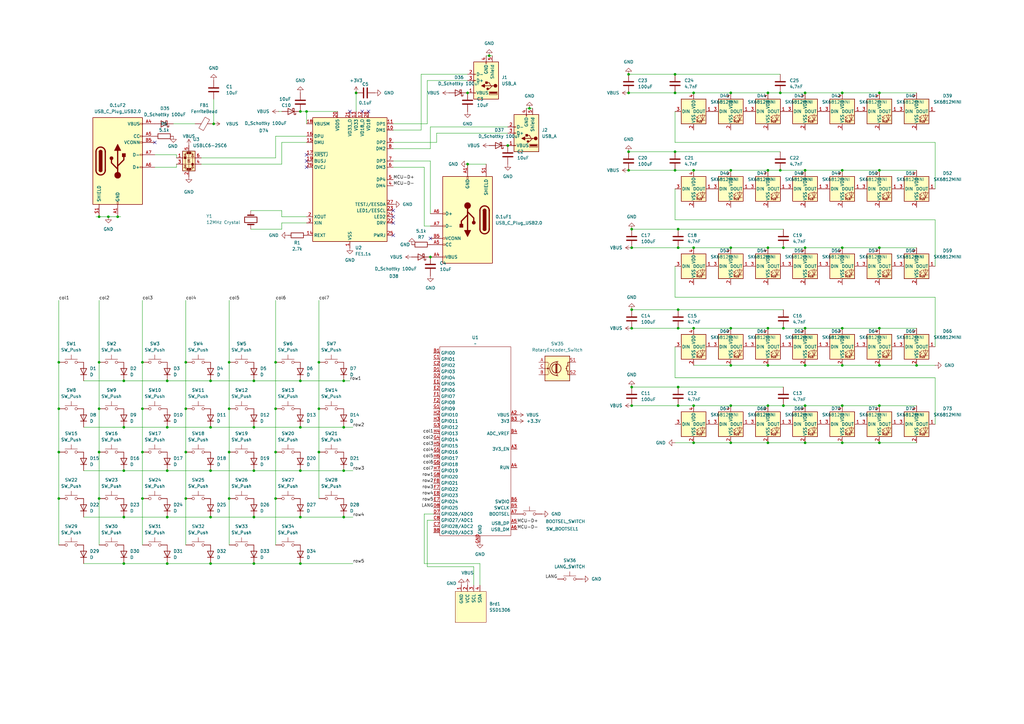
<source format=kicad_sch>
(kicad_sch (version 20250114) (generator "eeschema") (generator_version "9.0")
  (paper "A3")
  (junction (at 345.44 166.37))
  (junction (at 130.81 185.42))
  (junction (at 140.97 156.21))
  (junction (at 40.64 185.42))
  (junction (at 191.77 67.31))
  (junction (at 278.13 158.75))
  (junction (at 278.13 101.6))
  (junction (at 86.36 231.14))
  (junction (at 345.44 181.61))
  (junction (at 113.03 148.59))
  (junction (at 123.19 231.14))
  (junction (at 123.19 212.09))
  (junction (at 345.44 134.62))
  (junction (at 24.13 148.59))
  (junction (at 259.08 127))
  (junction (at 321.31 134.62))
  (junction (at 68.58 156.21))
  (junction (at 299.72 149.86))
  (junction (at 314.96 134.62))
  (junction (at 76.2 204.47))
  (junction (at 320.04 69.85))
  (junction (at 259.08 134.62))
  (junction (at 68.58 193.04))
  (junction (at 44.45 88.9))
  (junction (at 40.64 88.9))
  (junction (at 104.14 231.14))
  (junction (at 208.28 59.69))
  (junction (at 345.44 101.6))
  (junction (at 50.8 193.04))
  (junction (at 345.44 38.1))
  (junction (at 299.72 166.37))
  (junction (at 76.2 148.59))
  (junction (at 284.48 134.62))
  (junction (at 40.64 167.64))
  (junction (at 330.2 149.86))
  (junction (at 176.53 105.41))
  (junction (at 50.8 156.21))
  (junction (at 259.08 93.98))
  (junction (at 50.8 212.09))
  (junction (at 360.68 69.85))
  (junction (at 86.36 212.09))
  (junction (at 24.13 167.64))
  (junction (at 276.86 38.1))
  (junction (at 278.13 134.62))
  (junction (at 113.03 204.47))
  (junction (at 330.2 181.61))
  (junction (at 276.86 69.85))
  (junction (at 50.8 175.26))
  (junction (at 257.81 30.48))
  (junction (at 284.48 181.61))
  (junction (at 146.05 38.1))
  (junction (at 140.97 175.26))
  (junction (at 104.14 212.09))
  (junction (at 200.66 22.86))
  (junction (at 76.2 167.64))
  (junction (at 314.96 69.85))
  (junction (at 140.97 193.04))
  (junction (at 113.03 185.42))
  (junction (at 123.19 45.72))
  (junction (at 24.13 204.47))
  (junction (at 276.86 30.48))
  (junction (at 299.72 69.85))
  (junction (at 299.72 134.62))
  (junction (at 278.13 127))
  (junction (at 330.2 166.37))
  (junction (at 86.36 175.26))
  (junction (at 276.86 62.23))
  (junction (at 113.03 167.64))
  (junction (at 314.96 166.37))
  (junction (at 68.58 175.26))
  (junction (at 257.81 38.1))
  (junction (at 123.19 175.26))
  (junction (at 360.68 134.62))
  (junction (at 123.19 193.04))
  (junction (at 93.98 167.64))
  (junction (at 330.2 38.1))
  (junction (at 259.08 101.6))
  (junction (at 130.81 148.59))
  (junction (at 321.31 166.37))
  (junction (at 48.26 88.9))
  (junction (at 104.14 156.21))
  (junction (at 68.58 212.09))
  (junction (at 299.72 101.6))
  (junction (at 257.81 62.23))
  (junction (at 360.68 101.6))
  (junction (at 86.36 193.04))
  (junction (at 76.2 185.42))
  (junction (at 314.96 149.86))
  (junction (at 58.42 167.64))
  (junction (at 191.77 38.1))
  (junction (at 320.04 38.1))
  (junction (at 104.14 175.26))
  (junction (at 125.73 45.72))
  (junction (at 93.98 204.47))
  (junction (at 123.19 156.21))
  (junction (at 360.68 38.1))
  (junction (at 257.81 69.85))
  (junction (at 217.17 44.45))
  (junction (at 50.8 231.14))
  (junction (at 93.98 148.59))
  (junction (at 130.81 167.64))
  (junction (at 278.13 93.98))
  (junction (at 360.68 166.37))
  (junction (at 259.08 158.75))
  (junction (at 93.98 185.42))
  (junction (at 259.08 166.37))
  (junction (at 284.48 101.6))
  (junction (at 104.14 193.04))
  (junction (at 86.36 156.21))
  (junction (at 314.96 38.1))
  (junction (at 284.48 38.1))
  (junction (at 58.42 204.47))
  (junction (at 360.68 181.61))
  (junction (at 330.2 134.62))
  (junction (at 284.48 69.85))
  (junction (at 345.44 149.86))
  (junction (at 58.42 185.42))
  (junction (at 284.48 166.37))
  (junction (at 360.68 149.86))
  (junction (at 40.64 148.59))
  (junction (at 87.63 50.8))
  (junction (at 299.72 38.1))
  (junction (at 24.13 185.42))
  (junction (at 58.42 148.59))
  (junction (at 345.44 69.85))
  (junction (at 375.92 149.86))
  (junction (at 299.72 181.61))
  (junction (at 321.31 101.6))
  (junction (at 40.64 204.47))
  (junction (at 278.13 166.37))
  (junction (at 330.2 69.85))
  (junction (at 68.58 231.14))
  (junction (at 330.2 101.6))
  (junction (at 140.97 212.09))
  (junction (at 314.96 101.6))
  (junction (at 314.96 181.61))
  (no_connect (at 63.5 58.42))
  (no_connect (at 148.59 45.72))
  (no_connect (at 161.29 91.44))
  (no_connect (at 125.73 68.58))
  (no_connect (at 125.73 66.04))
  (no_connect (at 161.29 96.52))
  (no_connect (at 176.53 97.79))
  (no_connect (at 151.13 45.72))
  (no_connect (at 161.29 86.36))
  (no_connect (at 125.73 63.5))
  (no_connect (at 161.29 88.9))
  (no_connect (at 143.51 45.72))
  (wire (pts (xy 58.42 167.64) (xy 58.42 185.42)))
  (wire (pts (xy 375.92 149.86) (xy 383.54 149.86)))
  (wire (pts (xy 330.2 149.86) (xy 345.44 149.86)))
  (wire (pts (xy 172.72 30.48) (xy 191.77 30.48)))
  (wire (pts (xy 50.8 193.04) (xy 68.58 193.04)))
  (wire (pts (xy 63.5 63.5) (xy 72.39 63.5)))
  (wire (pts (xy 138.43 45.72) (xy 125.73 45.72)))
  (wire (pts (xy 321.31 134.62) (xy 330.2 134.62)))
  (wire (pts (xy 278.13 101.6) (xy 284.48 101.6)))
  (wire (pts (xy 76.2 185.42) (xy 76.2 204.47)))
  (wire (pts (xy 330.2 166.37) (xy 321.31 166.37)))
  (wire (pts (xy 276.86 181.61) (xy 284.48 181.61)))
  (wire (pts (xy 140.97 193.04) (xy 144.78 193.04)))
  (wire (pts (xy 278.13 158.75) (xy 321.31 158.75)))
  (wire (pts (xy 115.57 93.98) (xy 102.87 93.98)))
  (wire (pts (xy 50.8 212.09) (xy 68.58 212.09)))
  (wire (pts (xy 93.98 167.64) (xy 93.98 185.42)))
  (wire (pts (xy 140.97 212.09) (xy 144.78 212.09)))
  (wire (pts (xy 76.2 167.64) (xy 76.2 185.42)))
  (wire (pts (xy 278.13 166.37) (xy 259.08 166.37)))
  (wire (pts (xy 314.96 134.62) (xy 321.31 134.62)))
  (wire (pts (xy 299.72 38.1) (xy 314.96 38.1)))
  (wire (pts (xy 104.14 193.04) (xy 123.19 193.04)))
  (wire (pts (xy 86.36 156.21) (xy 104.14 156.21)))
  (wire (pts (xy 383.54 90.17) (xy 276.86 90.17)))
  (wire (pts (xy 123.19 156.21) (xy 140.97 156.21)))
  (wire (pts (xy 93.98 204.47) (xy 93.98 223.52)))
  (wire (pts (xy 40.64 123.19) (xy 40.64 148.59)))
  (wire (pts (xy 24.13 123.19) (xy 24.13 148.59)))
  (wire (pts (xy 115.57 91.44) (xy 115.57 93.98)))
  (wire (pts (xy 383.54 90.17) (xy 383.54 109.22)))
  (wire (pts (xy 173.99 210.82) (xy 177.8 210.82)))
  (wire (pts (xy 321.31 101.6) (xy 330.2 101.6)))
  (wire (pts (xy 217.17 44.45) (xy 218.44 44.45)))
  (wire (pts (xy 330.2 181.61) (xy 345.44 181.61)))
  (wire (pts (xy 58.42 148.59) (xy 58.42 167.64)))
  (wire (pts (xy 276.86 69.85) (xy 284.48 69.85)))
  (wire (pts (xy 330.2 38.1) (xy 345.44 38.1)))
  (wire (pts (xy 200.66 22.86) (xy 201.93 22.86)))
  (wire (pts (xy 276.86 62.23) (xy 320.04 62.23)))
  (wire (pts (xy 330.2 69.85) (xy 345.44 69.85)))
  (wire (pts (xy 113.03 55.88) (xy 125.73 55.88)))
  (wire (pts (xy 50.8 231.14) (xy 68.58 231.14)))
  (wire (pts (xy 76.2 148.59) (xy 76.2 167.64)))
  (wire (pts (xy 314.96 101.6) (xy 321.31 101.6)))
  (wire (pts (xy 87.63 40.64) (xy 87.63 50.8)))
  (wire (pts (xy 34.29 156.21) (xy 50.8 156.21)))
  (wire (pts (xy 93.98 185.42) (xy 93.98 204.47)))
  (wire (pts (xy 299.72 166.37) (xy 284.48 166.37)))
  (wire (pts (xy 360.68 166.37) (xy 345.44 166.37)))
  (wire (pts (xy 196.85 240.03) (xy 196.85 231.14)))
  (wire (pts (xy 191.77 67.31) (xy 199.39 67.31)))
  (wire (pts (xy 113.03 185.42) (xy 113.03 204.47)))
  (wire (pts (xy 345.44 134.62) (xy 360.68 134.62)))
  (wire (pts (xy 360.68 149.86) (xy 375.92 149.86)))
  (wire (pts (xy 320.04 38.1) (xy 330.2 38.1)))
  (wire (pts (xy 299.72 181.61) (xy 314.96 181.61)))
  (wire (pts (xy 278.13 101.6) (xy 259.08 101.6)))
  (wire (pts (xy 259.08 93.98) (xy 278.13 93.98)))
  (wire (pts (xy 330.2 101.6) (xy 345.44 101.6)))
  (wire (pts (xy 276.86 58.42) (xy 276.86 45.72)))
  (wire (pts (xy 24.13 148.59) (xy 24.13 167.64)))
  (wire (pts (xy 104.14 156.21) (xy 123.19 156.21)))
  (wire (pts (xy 284.48 181.61) (xy 299.72 181.61)))
  (wire (pts (xy 104.14 175.26) (xy 123.19 175.26)))
  (wire (pts (xy 104.14 212.09) (xy 123.19 212.09)))
  (wire (pts (xy 58.42 185.42) (xy 58.42 204.47)))
  (wire (pts (xy 284.48 38.1) (xy 299.72 38.1)))
  (wire (pts (xy 24.13 185.42) (xy 24.13 204.47)))
  (wire (pts (xy 93.98 123.19) (xy 93.98 148.59)))
  (wire (pts (xy 284.48 101.6) (xy 299.72 101.6)))
  (wire (pts (xy 383.54 58.42) (xy 276.86 58.42)))
  (wire (pts (xy 383.54 77.47) (xy 383.54 58.42)))
  (wire (pts (xy 125.73 45.72) (xy 125.73 50.8)))
  (wire (pts (xy 199.39 22.86) (xy 200.66 22.86)))
  (wire (pts (xy 345.44 69.85) (xy 360.68 69.85)))
  (wire (pts (xy 130.81 148.59) (xy 130.81 167.64)))
  (wire (pts (xy 71.12 50.8) (xy 80.01 50.8)))
  (wire (pts (xy 314.96 149.86) (xy 330.2 149.86)))
  (wire (pts (xy 172.72 53.34) (xy 172.72 30.48)))
  (wire (pts (xy 123.19 212.09) (xy 140.97 212.09)))
  (wire (pts (xy 58.42 123.19) (xy 58.42 148.59)))
  (wire (pts (xy 161.29 66.04) (xy 176.53 66.04)))
  (wire (pts (xy 40.64 185.42) (xy 40.64 204.47)))
  (wire (pts (xy 161.29 60.96) (xy 176.53 60.96)))
  (wire (pts (xy 276.86 121.92) (xy 276.86 109.22)))
  (wire (pts (xy 299.72 69.85) (xy 314.96 69.85)))
  (wire (pts (xy 68.58 231.14) (xy 86.36 231.14)))
  (wire (pts (xy 82.55 67.31) (xy 115.57 67.31)))
  (wire (pts (xy 360.68 101.6) (xy 375.92 101.6)))
  (wire (pts (xy 175.26 232.41) (xy 175.26 213.36)))
  (wire (pts (xy 383.54 154.94) (xy 276.86 154.94)))
  (wire (pts (xy 175.26 213.36) (xy 177.8 213.36)))
  (wire (pts (xy 113.03 167.64) (xy 113.03 185.42)))
  (wire (pts (xy 146.05 38.1) (xy 146.05 45.72)))
  (wire (pts (xy 278.13 93.98) (xy 321.31 93.98)))
  (wire (pts (xy 40.64 204.47) (xy 40.64 223.52)))
  (wire (pts (xy 68.58 175.26) (xy 86.36 175.26)))
  (wire (pts (xy 115.57 86.36) (xy 102.87 86.36)))
  (wire (pts (xy 24.13 167.64) (xy 24.13 185.42)))
  (wire (pts (xy 176.53 60.96) (xy 176.53 52.07)))
  (wire (pts (xy 113.03 64.77) (xy 113.03 55.88)))
  (wire (pts (xy 76.2 123.19) (xy 76.2 148.59)))
  (wire (pts (xy 86.36 231.14) (xy 104.14 231.14)))
  (wire (pts (xy 68.58 193.04) (xy 86.36 193.04)))
  (wire (pts (xy 68.58 212.09) (xy 86.36 212.09)))
  (wire (pts (xy 360.68 181.61) (xy 375.92 181.61)))
  (wire (pts (xy 176.53 66.04) (xy 176.53 87.63)))
  (wire (pts (xy 173.99 68.58) (xy 173.99 92.71)))
  (wire (pts (xy 284.48 134.62) (xy 299.72 134.62)))
  (wire (pts (xy 345.44 149.86) (xy 360.68 149.86)))
  (wire (pts (xy 360.68 134.62) (xy 375.92 134.62)))
  (wire (pts (xy 321.31 166.37) (xy 314.96 166.37)))
  (wire (pts (xy 259.08 127) (xy 278.13 127)))
  (wire (pts (xy 194.31 240.03) (xy 194.31 232.41)))
  (wire (pts (xy 278.13 134.62) (xy 259.08 134.62)))
  (wire (pts (xy 278.13 127) (xy 321.31 127)))
  (wire (pts (xy 113.03 204.47) (xy 113.03 223.52)))
  (wire (pts (xy 314.96 38.1) (xy 320.04 38.1)))
  (wire (pts (xy 68.58 156.21) (xy 86.36 156.21)))
  (wire (pts (xy 299.72 149.86) (xy 314.96 149.86)))
  (wire (pts (xy 345.44 181.61) (xy 360.68 181.61)))
  (wire (pts (xy 161.29 58.42) (xy 179.07 58.42)))
  (wire (pts (xy 24.13 204.47) (xy 24.13 223.52)))
  (wire (pts (xy 179.07 54.61) (xy 208.28 54.61)))
  (wire (pts (xy 82.55 64.77) (xy 113.03 64.77)))
  (wire (pts (xy 140.97 175.26) (xy 144.78 175.26)))
  (wire (pts (xy 215.9 44.45) (xy 217.17 44.45)))
  (wire (pts (xy 72.39 63.5) (xy 72.39 64.77)))
  (wire (pts (xy 314.96 166.37) (xy 299.72 166.37)))
  (wire (pts (xy 276.86 38.1) (xy 257.81 38.1)))
  (wire (pts (xy 140.97 156.21) (xy 143.51 156.21)))
  (wire (pts (xy 130.81 185.42) (xy 130.81 204.47)))
  (wire (pts (xy 161.29 53.34) (xy 172.72 53.34)))
  (wire (pts (xy 383.54 173.99) (xy 383.54 154.94)))
  (wire (pts (xy 314.96 181.61) (xy 330.2 181.61)))
  (wire (pts (xy 179.07 58.42) (xy 179.07 54.61)))
  (wire (pts (xy 299.72 101.6) (xy 314.96 101.6)))
  (wire (pts (xy 76.2 204.47) (xy 76.2 223.52)))
  (wire (pts (xy 40.64 167.64) (xy 40.64 185.42)))
  (wire (pts (xy 320.04 69.85) (xy 330.2 69.85)))
  (wire (pts (xy 123.19 45.72) (xy 125.73 45.72)))
  (wire (pts (xy 39.37 88.9) (xy 40.64 88.9)))
  (wire (pts (xy 257.81 62.23) (xy 276.86 62.23)))
  (wire (pts (xy 115.57 45.72) (xy 114.3 45.72)))
  (wire (pts (xy 44.45 88.9) (xy 48.26 88.9)))
  (wire (pts (xy 196.85 231.14) (xy 173.99 231.14)))
  (wire (pts (xy 278.13 134.62) (xy 284.48 134.62)))
  (wire (pts (xy 161.29 68.58) (xy 173.99 68.58)))
  (wire (pts (xy 276.86 69.85) (xy 257.81 69.85)))
  (wire (pts (xy 123.19 193.04) (xy 140.97 193.04)))
  (wire (pts (xy 93.98 148.59) (xy 93.98 167.64)))
  (wire (pts (xy 345.44 166.37) (xy 330.2 166.37)))
  (wire (pts (xy 130.81 123.19) (xy 130.81 148.59)))
  (wire (pts (xy 115.57 88.9) (xy 115.57 86.36)))
  (wire (pts (xy 330.2 134.62) (xy 345.44 134.62)))
  (wire (pts (xy 86.36 175.26) (xy 104.14 175.26)))
  (wire (pts (xy 113.03 123.19) (xy 113.03 148.59)))
  (wire (pts (xy 115.57 67.31) (xy 115.57 58.42)))
  (wire (pts (xy 58.42 204.47) (xy 58.42 223.52)))
  (wire (pts (xy 345.44 38.1) (xy 360.68 38.1)))
  (wire (pts (xy 115.57 58.42) (xy 125.73 58.42)))
  (wire (pts (xy 360.68 69.85) (xy 375.92 69.85)))
  (wire (pts (xy 86.36 193.04) (xy 104.14 193.04)))
  (wire (pts (xy 72.39 68.58) (xy 72.39 67.31)))
  (wire (pts (xy 276.86 90.17) (xy 276.86 77.47)))
  (wire (pts (xy 383.54 121.92) (xy 276.86 121.92)))
  (wire (pts (xy 314.96 69.85) (xy 320.04 69.85)))
  (wire (pts (xy 276.86 30.48) (xy 320.04 30.48)))
  (wire (pts (xy 123.19 175.26) (xy 140.97 175.26)))
  (wire (pts (xy 176.53 52.07) (xy 208.28 52.07)))
  (wire (pts (xy 257.81 30.48) (xy 276.86 30.48)))
  (wire (pts (xy 104.14 231.14) (xy 123.19 231.14)))
  (wire (pts (xy 345.44 101.6) (xy 360.68 101.6)))
  (wire (pts (xy 375.92 166.37) (xy 360.68 166.37)))
  (wire (pts (xy 63.5 68.58) (xy 72.39 68.58)))
  (wire (pts (xy 175.26 50.8) (xy 175.26 33.02)))
  (wire (pts (xy 34.29 193.04) (xy 50.8 193.04)))
  (wire (pts (xy 125.73 91.44) (xy 115.57 91.44)))
  (wire (pts (xy 284.48 69.85) (xy 299.72 69.85)))
  (wire (pts (xy 40.64 148.59) (xy 40.64 167.64)))
  (wire (pts (xy 299.72 134.62) (xy 314.96 134.62)))
  (wire (pts (xy 175.26 33.02) (xy 191.77 33.02)))
  (wire (pts (xy 86.36 212.09) (xy 104.14 212.09)))
  (wire (pts (xy 276.86 38.1) (xy 284.48 38.1)))
  (wire (pts (xy 284.48 166.37) (xy 278.13 166.37)))
  (wire (pts (xy 194.31 232.41) (xy 175.26 232.41)))
  (wire (pts (xy 383.54 142.24) (xy 383.54 121.92)))
  (wire (pts (xy 123.19 231.14) (xy 144.78 231.14)))
  (wire (pts (xy 34.29 175.26) (xy 50.8 175.26)))
  (wire (pts (xy 360.68 38.1) (xy 375.92 38.1)))
  (wire (pts (xy 50.8 156.21) (xy 68.58 156.21)))
  (wire (pts (xy 34.29 212.09) (xy 50.8 212.09)))
  (wire (pts (xy 161.29 50.8) (xy 175.26 50.8)))
  (wire (pts (xy 284.48 149.86) (xy 299.72 149.86)))
  (wire (pts (xy 48.26 88.9) (xy 49.53 88.9)))
  (wire (pts (xy 276.86 154.94) (xy 276.86 142.24)))
  (wire (pts (xy 40.64 88.9) (xy 44.45 88.9)))
  (wire (pts (xy 113.03 148.59) (xy 113.03 167.64)))
  (wire (pts (xy 125.73 88.9) (xy 115.57 88.9)))
  (wire (pts (xy 173.99 92.71) (xy 176.53 92.71)))
  (wire (pts (xy 130.81 167.64) (xy 130.81 185.42)))
  (wire (pts (xy 259.08 158.75) (xy 278.13 158.75)))
  (wire (pts (xy 50.8 175.26) (xy 68.58 175.26)))
  (wire (pts (xy 34.29 231.14) (xy 50.8 231.14)))
  (wire (pts (xy 173.99 231.14) (xy 173.99 210.82)))
  (label "row2" (at 177.8 198.12 180))
  (label "row3" (at 144.78 193.04 0))
  (label "MCU-D+" (at 161.29 73.66 0))
  (label "row1" (at 143.51 156.21 0))
  (label "col5" (at 93.98 123.19 0))
  (label "col1" (at 24.13 123.19 0))
  (label "row4" (at 144.78 212.09 0))
  (label "col1" (at 177.8 177.8 180))
  (label "MCU-D-" (at 161.29 76.2 0))
  (label "LANG" (at 228.6 237.49 180))
  (label "LANG" (at 177.8 208.28 180))
  (label "row2" (at 144.78 175.26 0))
  (label "row5" (at 177.8 205.74 180))
  (label "MCU-D+" (at 212.09 214.63 0))
  (label "col6" (at 177.8 190.5 180))
  (label "col7" (at 130.81 123.19 0))
  (label "col4" (at 76.2 123.19 0))
  (label "row3" (at 177.8 200.66 180))
  (label "row4" (at 177.8 203.2 180))
  (label "col4" (at 177.8 185.42 180))
  (label "MCU-D-" (at 212.09 217.17 0))
  (label "col3" (at 177.8 182.88 180))
  (label "row1" (at 177.8 195.58 180))
  (label "col7" (at 177.8 193.04 180))
  (label "col6" (at 113.03 123.19 0))
  (label "row5" (at 144.78 231.14 0))
  (label "col2" (at 40.64 123.19 0))
  (label "col3" (at 58.42 123.19 0))
  (label "col5" (at 177.8 187.96 180))
  (label "col2" (at 177.8 180.34 180))
  (symbol (lib_id "LED:SK6812MINI") (at 330.2 109.22 0) (unit 1)
    (property "Reference" "D56" (at 342.9 102.7998 0))
    (property "Value" "SK6812MINI" (at 342.9 105.3398 0))
    (property "Footprint" "LED_SMD:LED_SK6812MINI_PLCC4_3.5x3.5mm_P1.75mm" (effects (hide yes)))
    (property "Datasheet" "https://cdn-shop.adafruit.com/product-files/2686/SK6812MINI_REV.01-1-2.pdf" (effects (hide yes)))
    (property "Description" "RGB LED with integrated controller" (effects (hide yes)))
  )
  (symbol (lib_id "LED:SK6812MINI") (at 345.44 173.99 0) (unit 1)
    (property "Reference" "D71" (at 358.14 167.5698 0))
    (property "Value" "SK6812MINI" (at 358.14 170.1098 0))
    (property "Footprint" "LED_SMD:LED_SK6812MINI_PLCC4_3.5x3.5mm_P1.75mm" (effects (hide yes)))
    (property "Datasheet" "https://cdn-shop.adafruit.com/product-files/2686/SK6812MINI_REV.01-1-2.pdf" (effects (hide yes)))
    (property "Description" "RGB LED with integrated controller" (effects (hide yes)))
  )
  (symbol (lib_id "Device:D") (at 68.58 152.4 90) (unit 1)
    (property "Reference" "D3" (at 71.12 151.1299 90) (effects (justify right)))
    (property "Value" "D" (at 71.12 153.6699 90) (effects (justify right)))
    (property "Description" "Diode" (effects (hide yes)))
    (property "Sim.Device" "D" (effects (hide yes)))
    (property "Sim.Pins" "1=K 2=A" (effects (hide yes)))
  )
  (symbol (lib_id "LED:SK6812MINI") (at 360.68 45.72 0) (unit 1)
    (property "Reference" "D40" (at 373.38 39.2998 0))
    (property "Value" "SK6812MINI" (at 373.38 41.8398 0))
    (property "Footprint" "LED_SMD:LED_SK6812MINI_PLCC4_3.5x3.5mm_P1.75mm" (effects (hide yes)))
    (property "Datasheet" "https://cdn-shop.adafruit.com/product-files/2686/SK6812MINI_REV.01-1-2.pdf" (effects (hide yes)))
    (property "Description" "RGB LED with integrated controller" (effects (hide yes)))
  )
  (symbol (lib_id "power:GND") (at 238.76 237.49 90) (unit 1)
    (property "Reference" "#PWR014" (effects (hide yes)))
    (property "Value" "GND" (at 242.57 237.4899 90) (effects (justify right)))
    (property "Description" "Power symbol creates a global label with name \"GND\" , ground" (effects (hide yes)))
  )
  (symbol (lib_id "Switch:SW_Push") (at 135.89 167.64 0) (unit 1)
    (property "Reference" "SW14" (at 135.89 160.02 0))
    (property "Value" "SW_Push" (at 135.89 162.56 0))
    (property "Description" "Push button switch, generic, two pins" (effects (hide yes)))
  )
  (symbol (lib_id "Switch:SW_Push") (at 45.72 167.64 0) (unit 1)
    (property "Reference" "SW9" (at 45.72 160.02 0))
    (property "Value" "SW_Push" (at 45.72 162.56 0))
    (property "Description" "Push button switch, generic, two pins" (effects (hide yes)))
  )
  (symbol (lib_id "power:VBUS") (at 257.81 69.85 90) (unit 1)
    (property "Reference" "#PWR040" (effects (hide yes)))
    (property "Value" "VBUS" (at 254 69.8499 90) (effects (justify left)))
    (property "Description" "Power symbol creates a global label with name \"VBUS\"" (effects (hide yes)))
  )
  (symbol (lib_id "power:GND") (at 161.29 83.82 90) (unit 1)
    (property "Reference" "#PWR06" (effects (hide yes)))
    (property "Value" "GND" (at 165.1 83.8199 90) (effects (justify right)))
    (property "Description" "Power symbol creates a global label with name \"GND\" , ground" (effects (hide yes)))
  )
  (symbol (lib_id "Device:D_Schottky") (at 172.72 105.41 180) (unit 1)
    (property "Reference" "D38" (at 161.544 113.284 0))
    (property "Value" "D_Schottky 100uF" (at 162.306 110.236 0))
    (property "Footprint" "Diode_SMD:D_SMA" (effects (hide yes)))
    (property "Description" "Schottky diode" (effects (hide yes)))
  )
  (symbol (lib_id "Device:D") (at 34.29 227.33 90) (unit 1)
    (property "Reference" "D29" (at 36.83 226.0599 90) (effects (justify right)))
    (property "Value" "D" (at 36.83 228.5999 90) (effects (justify right)))
    (property "Description" "Diode" (effects (hide yes)))
    (property "Sim.Device" "D" (effects (hide yes)))
    (property "Sim.Pins" "1=K 2=A" (effects (hide yes)))
  )
  (symbol (lib_id "Device:C") (at 123.19 41.91 0) (unit 1)
    (property "Reference" "C10" (at 119.38 43.1801 0) (effects (justify right)))
    (property "Value" "10uF" (at 119.38 40.6401 0) (effects (justify right)))
    (property "Description" "Unpolarized capacitor" (effects (hide yes)))
  )
  (symbol (lib_id "Device:D") (at 86.36 189.23 90) (unit 1)
    (property "Reference" "D18" (at 88.9 187.9599 90) (effects (justify right)))
    (property "Value" "D" (at 88.9 190.4999 90) (effects (justify right)))
    (property "Description" "Diode" (effects (hide yes)))
    (property "Sim.Device" "D" (effects (hide yes)))
    (property "Sim.Pins" "1=K 2=A" (effects (hide yes)))
  )
  (symbol (lib_id "Device:D") (at 34.29 171.45 90) (unit 1)
    (property "Reference" "D8" (at 36.83 170.1799 90) (effects (justify right)))
    (property "Value" "D" (at 36.83 172.7199 90) (effects (justify right)))
    (property "Description" "Diode" (effects (hide yes)))
    (property "Sim.Device" "D" (effects (hide yes)))
    (property "Sim.Pins" "1=K 2=A" (effects (hide yes)))
  )
  (symbol (lib_id "Device:D") (at 104.14 189.23 90) (unit 1)
    (property "Reference" "D19" (at 106.68 187.9599 90) (effects (justify right)))
    (property "Value" "D" (at 106.68 190.4999 90) (effects (justify right)))
    (property "Description" "Diode" (effects (hide yes)))
    (property "Sim.Device" "D" (effects (hide yes)))
    (property "Sim.Pins" "1=K 2=A" (effects (hide yes)))
  )
  (symbol (lib_id "LED:SK6812MINI") (at 360.68 142.24 0) (unit 1)
    (property "Reference" "D65" (at 373.38 135.8198 0))
    (property "Value" "SK6812MINI" (at 373.38 138.3598 0))
    (property "Footprint" "LED_SMD:LED_SK6812MINI_PLCC4_3.5x3.5mm_P1.75mm" (effects (hide yes)))
    (property "Datasheet" "https://cdn-shop.adafruit.com/product-files/2686/SK6812MINI_REV.01-1-2.pdf" (effects (hide yes)))
    (property "Description" "RGB LED with integrated controller" (effects (hide yes)))
  )
  (symbol (lib_id "power:GND") (at 191.77 67.31 270) (unit 1)
    (property "Reference" "#PWR07" (effects (hide yes)))
    (property "Value" "GND" (at 187.96 67.3099 90) (effects (justify right)))
    (property "Description" "Power symbol creates a global label with name \"GND\" , ground" (effects (hide yes)))
  )
  (symbol (lib_id "power:VBUS") (at 259.08 166.37 90) (unit 1)
    (property "Reference" "#PWR031" (effects (hide yes)))
    (property "Value" "VBUS" (at 255.27 166.3699 90) (effects (justify left)))
    (property "Description" "Power symbol creates a global label with name \"VBUS\"" (effects (hide yes)))
  )
  (symbol (lib_id "Device:C") (at 320.04 34.29 0) (unit 1)
    (property "Reference" "C25" (at 323.85 33.0199 0) (effects (justify left)))
    (property "Value" "4.7nF" (at 323.85 35.5599 0) (effects (justify left)))
    (property "Description" "Unpolarized capacitor" (effects (hide yes)))
  )
  (symbol (lib_id "power:GND") (at 123.19 38.1 180) (unit 1)
    (property "Reference" "#PWR030" (effects (hide yes)))
    (property "Value" "GND" (at 123.19 33.02 0))
    (property "Description" "Power symbol creates a global label with name \"GND\" , ground" (effects (hide yes)))
  )
  (symbol (lib_id "power:VBUS") (at 212.09 170.18 270) (mirror x) (unit 1)
    (property "Reference" "#PWR02" (effects (hide yes)))
    (property "Value" "VBUS" (at 215.9 170.1799 90) (effects (justify left)))
    (property "Description" "Power symbol creates a global label with name \"VBUS\"" (effects (hide yes)))
  )
  (symbol (lib_id "LED:SK6812MINI") (at 330.2 142.24 0) (unit 1)
    (property "Reference" "D63" (at 342.9 135.8198 0))
    (property "Value" "SK6812MINI" (at 342.9 138.3598 0))
    (property "Footprint" "LED_SMD:LED_SK6812MINI_PLCC4_3.5x3.5mm_P1.75mm" (effects (hide yes)))
    (property "Datasheet" "https://cdn-shop.adafruit.com/product-files/2686/SK6812MINI_REV.01-1-2.pdf" (effects (hide yes)))
    (property "Description" "RGB LED with integrated controller" (effects (hide yes)))
  )
  (symbol (lib_id "LED:SK6812MINI") (at 375.92 142.24 0) (unit 1)
    (property "Reference" "D66" (at 388.62 135.8198 0))
    (property "Value" "SK6812MINI" (at 388.62 138.3598 0))
    (property "Footprint" "LED_SMD:LED_SK6812MINI_PLCC4_3.5x3.5mm_P1.75mm" (effects (hide yes)))
    (property "Datasheet" "https://cdn-shop.adafruit.com/product-files/2686/SK6812MINI_REV.01-1-2.pdf" (effects (hide yes)))
    (property "Description" "RGB LED with integrated controller" (effects (hide yes)))
  )
  (symbol (lib_id "Connector:USB_C_Plug_USB2.0") (at 191.77 90.17 180) (unit 1)
    (property "Reference" "0.1uF1" (at 203.2 88.8999 0) (effects (justify right)))
    (property "Value" "USB_C_Plug_USB2.0" (at 203.2 91.4399 0) (effects (justify right)))
    (property "Footprint" "Connector_USB:USB_C_Receptacle_JAE_DX07S016JA1R1500" (effects (hide yes)))
    (property "Datasheet" "https://www.usb.org/sites/default/files/documents/usb_type-c.zip" (effects (hide yes)))
    (property "Description" "USB 2.0-only Type-C Plug connector" (effects (hide yes)))
  )
  (symbol (lib_id "power:GND") (at 259.08 127 180) (unit 1)
    (property "Reference" "#PWR033" (effects (hide yes)))
    (property "Value" "GND" (at 259.08 121.92 0))
    (property "Description" "Power symbol creates a global label with name \"GND\" , ground" (effects (hide yes)))
  )
  (symbol (lib_id "Switch:SW_Push") (at 135.89 148.59 0) (unit 1)
    (property "Reference" "SW7" (at 135.89 140.97 0))
    (property "Value" "SW_Push" (at 135.89 143.51 0))
    (property "Description" "Push button switch, generic, two pins" (effects (hide yes)))
  )
  (symbol (lib_id "Device:C") (at 149.86 38.1 90) (unit 1)
    (property "Reference" "C5" (at 149.86 34.544 90))
    (property "Value" "0.1uF" (at 149.86 42.164 90))
    (property "Description" "Unpolarized capacitor" (effects (hide yes)))
  )
  (symbol (lib_id "Device:D") (at 68.58 171.45 90) (unit 1)
    (property "Reference" "D10" (at 71.12 170.1799 90) (effects (justify right)))
    (property "Value" "D" (at 71.12 172.7199 90) (effects (justify right)))
    (property "Description" "Diode" (effects (hide yes)))
    (property "Sim.Device" "D" (effects (hide yes)))
    (property "Sim.Pins" "1=K 2=A" (effects (hide yes)))
  )
  (symbol (lib_id "Device:C") (at 257.81 34.29 0) (unit 1)
    (property "Reference" "C23" (at 261.62 33.0199 0) (effects (justify left)))
    (property "Value" "100uF" (at 261.62 35.5599 0) (effects (justify left)))
    (property "Description" "Unpolarized capacitor" (effects (hide yes)))
  )
  (symbol (lib_id "LED:SK6812MINI") (at 314.96 173.99 0) (unit 1)
    (property "Reference" "D69" (at 327.66 167.5698 0))
    (property "Value" "SK6812MINI" (at 327.66 170.1098 0))
    (property "Footprint" "LED_SMD:LED_SK6812MINI_PLCC4_3.5x3.5mm_P1.75mm" (effects (hide yes)))
    (property "Datasheet" "https://cdn-shop.adafruit.com/product-files/2686/SK6812MINI_REV.01-1-2.pdf" (effects (hide yes)))
    (property "Description" "RGB LED with integrated controller" (effects (hide yes)))
  )
  (symbol (lib_id "Device:D") (at 34.29 208.28 90) (unit 1)
    (property "Reference" "D22" (at 36.83 207.0099 90) (effects (justify right)))
    (property "Value" "D" (at 36.83 209.5499 90) (effects (justify right)))
    (property "Description" "Diode" (effects (hide yes)))
    (property "Sim.Device" "D" (effects (hide yes)))
    (property "Sim.Pins" "1=K 2=A" (effects (hide yes)))
  )
  (symbol (lib_id "Switch:SW_Push") (at 81.28 204.47 0) (unit 1)
    (property "Reference" "SW25" (at 81.28 196.85 0))
    (property "Value" "SW_Push" (at 81.28 199.39 0))
    (property "Description" "Push button switch, generic, two pins" (effects (hide yes)))
  )
  (symbol (lib_id "LED:SK6812MINI") (at 314.96 109.22 0) (unit 1)
    (property "Reference" "D55" (at 327.66 102.7998 0))
    (property "Value" "SK6812MINI" (at 327.66 105.3398 0))
    (property "Footprint" "LED_SMD:LED_SK6812MINI_PLCC4_3.5x3.5mm_P1.75mm" (effects (hide yes)))
    (property "Datasheet" "https://cdn-shop.adafruit.com/product-files/2686/SK6812MINI_REV.01-1-2.pdf" (effects (hide yes)))
    (property "Description" "RGB LED with integrated controller" (effects (hide yes)))
  )
  (symbol (lib_id "power:VBUS") (at 87.63 50.8 270) (unit 1)
    (property "Reference" "#PWR010" (effects (hide yes)))
    (property "Value" "VBUS" (at 92.71 50.7999 90) (effects (justify left)))
    (property "Description" "Power symbol creates a global label with name \"VBUS\"" (effects (hide yes)))
  )
  (symbol (lib_id "Switch:SW_Push") (at 118.11 148.59 0) (unit 1)
    (property "Reference" "SW6" (at 118.11 140.97 0))
    (property "Value" "SW_Push" (at 118.11 143.51 0))
    (property "Description" "Push button switch, generic, two pins" (effects (hide yes)))
  )
  (symbol (lib_id "Switch:SW_Push") (at 29.21 167.64 0) (unit 1)
    (property "Reference" "SW8" (at 29.21 160.02 0))
    (property "Value" "SW_Push" (at 29.21 162.56 0))
    (property "Description" "Push button switch, generic, two pins" (effects (hide yes)))
  )
  (symbol (lib_id "Device:D") (at 104.14 171.45 90) (unit 1)
    (property "Reference" "D12" (at 106.68 170.1799 90) (effects (justify right)))
    (property "Value" "D" (at 106.68 172.7199 90) (effects (justify right)))
    (property "Description" "Diode" (effects (hide yes)))
    (property "Sim.Device" "D" (effects (hide yes)))
    (property "Sim.Pins" "1=K 2=A" (effects (hide yes)))
  )
  (symbol (lib_id "Connector:USB_C_Plug_USB2.0") (at 48.26 66.04 0) (unit 1)
    (property "Reference" "0.1uF2" (at 48.26 43.18 0))
    (property "Value" "USB_C_Plug_USB2.0" (at 48.26 45.72 0))
    (property "Footprint" "Connector_USB:USB_C_Receptacle_JAE_DX07S016JA1R1500" (effects (hide yes)))
    (property "Datasheet" "https://www.usb.org/sites/default/files/documents/usb_type-c.zip" (effects (hide yes)))
    (property "Description" "USB 2.0-only Type-C Plug connector" (effects (hide yes)))
  )
  (symbol (lib_id "power:GND") (at 276.86 181.61 270) (unit 1)
    (property "Reference" "#PWR029" (effects (hide yes)))
    (property "Value" "GND" (at 273.05 181.6099 90) (effects (justify right)))
    (property "Description" "Power symbol creates a global label with name \"GND\" , ground" (effects (hide yes)))
  )
  (symbol (lib_id "power:GND") (at 153.67 38.1 90) (unit 1)
    (property "Reference" "#PWR021" (effects (hide yes)))
    (property "Value" "GND" (at 157.48 38.0999 90) (effects (justify right)))
    (property "Description" "Power symbol creates a global label with name \"GND\" , ground" (effects (hide yes)))
  )
  (symbol (lib_id "Device:C") (at 321.31 162.56 0) (unit 1)
    (property "Reference" "C13" (at 325.12 161.2899 0) (effects (justify left)))
    (property "Value" "4.7nF" (at 325.12 163.8299 0) (effects (justify left)))
    (property "Description" "Unpolarized capacitor" (effects (hide yes)))
  )
  (symbol (lib_id "Device:D") (at 104.14 152.4 90) (unit 1)
    (property "Reference" "D5" (at 106.68 151.1299 90) (effects (justify right)))
    (property "Value" "D" (at 106.68 153.6699 90) (effects (justify right)))
    (property "Description" "Diode" (effects (hide yes)))
    (property "Sim.Device" "D" (effects (hide yes)))
    (property "Sim.Pins" "1=K 2=A" (effects (hide yes)))
  )
  (symbol (lib_id "LED:SK6812MINI") (at 345.44 77.47 0) (unit 1)
    (property "Reference" "D50" (at 358.14 71.0498 0))
    (property "Value" "SK6812MINI" (at 358.14 73.5898 0))
    (property "Footprint" "LED_SMD:LED_SK6812MINI_PLCC4_3.5x3.5mm_P1.75mm" (effects (hide yes)))
    (property "Datasheet" "https://cdn-shop.adafruit.com/product-files/2686/SK6812MINI_REV.01-1-2.pdf" (effects (hide yes)))
    (property "Description" "RGB LED with integrated controller" (effects (hide yes)))
  )
  (symbol (lib_id "Switch:SW_Push") (at 45.72 223.52 0) (unit 1)
    (property "Reference" "SW30" (at 45.72 215.9 0))
    (property "Value" "SW_Push" (at 45.72 218.44 0))
    (property "Description" "Push button switch, generic, two pins" (effects (hide yes)))
  )
  (symbol (lib_id "power:VBUS") (at 191.77 240.03 0) (unit 1)
    (property "Reference" "#PWR043" (effects (hide yes)))
    (property "Value" "VBUS" (at 191.77 234.95 0))
    (property "Description" "Power symbol creates a global label with name \"VBUS\"" (effects (hide yes)))
  )
  (symbol (lib_id "Switch:SW_Push") (at 217.17 210.82 0) (mirror y) (unit 1)
    (property "Reference" "SW_BOOTSEL1" (at 230.632 216.916 0))
    (property "Value" "BOOTSEL_SWITCH" (at 231.902 213.868 0))
    (property "Description" "Push button switch, generic, two pins" (effects (hide yes)))
  )
  (symbol (lib_id "Device:D") (at 86.36 152.4 90) (unit 1)
    (property "Reference" "D4" (at 88.9 151.1299 90) (effects (justify right)))
    (property "Value" "D" (at 88.9 153.6699 90) (effects (justify right)))
    (property "Description" "Diode" (effects (hide yes)))
    (property "Sim.Device" "D" (effects (hide yes)))
    (property "Sim.Pins" "1=K 2=A" (effects (hide yes)))
  )
  (symbol (lib_id "Device:R") (at 172.72 100.33 270) (unit 1)
    (property "Reference" "R7" (at 172.72 97.282 90))
    (property "Value" "5.1k" (at 172.72 94.742 90))
    (property "Description" "Resistor" (effects (hide yes)))
  )
  (symbol (lib_id "Switch:SW_Push") (at 118.11 204.47 0) (unit 1)
    (property "Reference" "SW27" (at 118.11 196.85 0))
    (property "Value" "SW_Push" (at 118.11 199.39 0))
    (property "Description" "Push button switch, generic, two pins" (effects (hide yes)))
  )
  (symbol (lib_id "power:GND") (at 77.47 72.39 0) (unit 1)
    (property "Reference" "#PWR025" (effects (hide yes)))
    (property "Value" "GND" (at 77.47 78.74 0))
    (property "Description" "Power symbol creates a global label with name \"GND\" , ground" (effects (hide yes)))
  )
  (symbol (lib_id "power:VBUS") (at 77.47 59.69 0) (unit 1)
    (property "Reference" "#PWR026" (effects (hide yes)))
    (property "Value" "VBUS" (at 77.47 55.88 0))
    (property "Description" "Power symbol creates a global label with name \"VBUS\"" (effects (hide yes)))
  )
  (symbol (lib_id "Switch:SW_Push") (at 29.21 148.59 0) (unit 1)
    (property "Reference" "SW1" (at 29.21 140.97 0))
    (property "Value" "SW_Push" (at 29.21 143.51 0))
    (property "Description" "Push button switch, generic, two pins" (effects (hide yes)))
  )
  (symbol (lib_id "LED:SK6812MINI") (at 299.72 173.99 0) (unit 1)
    (property "Reference" "D68" (at 312.42 167.5698 0))
    (property "Value" "SK6812MINI" (at 312.42 170.1098 0))
    (property "Footprint" "LED_SMD:LED_SK6812MINI_PLCC4_3.5x3.5mm_P1.75mm" (effects (hide yes)))
    (property "Datasheet" "https://cdn-shop.adafruit.com/product-files/2686/SK6812MINI_REV.01-1-2.pdf" (effects (hide yes)))
    (property "Description" "RGB LED with integrated controller" (effects (hide yes)))
  )
  (symbol (lib_id "Device:D") (at 50.8 152.4 90) (unit 1)
    (property "Reference" "D2" (at 53.34 151.1299 90) (effects (justify right)))
    (property "Value" "D" (at 53.34 153.6699 90) (effects (justify right)))
    (property "Description" "Diode" (effects (hide yes)))
    (property "Sim.Device" "D" (effects (hide yes)))
    (property "Sim.Pins" "1=K 2=A" (effects (hide yes)))
  )
  (symbol (lib_id "power:VBUS") (at 259.08 134.62 90) (unit 1)
    (property "Reference" "#PWR038" (effects (hide yes)))
    (property "Value" "VBUS" (at 255.27 134.6199 90) (effects (justify left)))
    (property "Description" "Power symbol creates a global label with name \"VBUS\"" (effects (hide yes)))
  )
  (symbol (lib_id "Device:R") (at 121.92 96.52 90) (unit 1)
    (property "Reference" "R1" (at 121.92 99.568 90))
    (property "Value" "2.7k" (at 121.92 102.108 90))
    (property "Description" "Resistor" (effects (hide yes)))
  )
  (symbol (lib_id "power:GND") (at 257.81 62.23 180) (unit 1)
    (property "Reference" "#PWR036" (effects (hide yes)))
    (property "Value" "GND" (at 257.81 57.15 0))
    (property "Description" "Power symbol creates a global label with name \"GND\" , ground" (effects (hide yes)))
  )
  (symbol (lib_id "LED:SK6812MINI") (at 345.44 109.22 0) (unit 1)
    (property "Reference" "D57" (at 358.14 102.7998 0))
    (property "Value" "SK6812MINI" (at 358.14 105.3398 0))
    (property "Footprint" "LED_SMD:LED_SK6812MINI_PLCC4_3.5x3.5mm_P1.75mm" (effects (hide yes)))
    (property "Datasheet" "https://cdn-shop.adafruit.com/product-files/2686/SK6812MINI_REV.01-1-2.pdf" (effects (hide yes)))
    (property "Description" "RGB LED with integrated controller" (effects (hide yes)))
  )
  (symbol (lib_id "power:VBUS") (at 257.81 38.1 90) (unit 1)
    (property "Reference" "#PWR041" (effects (hide yes)))
    (property "Value" "VBUS" (at 254 38.0999 90) (effects (justify left)))
    (property "Description" "Power symbol creates a global label with name \"VBUS\"" (effects (hide yes)))
  )
  (symbol (lib_id "Device:D_Schottky") (at 67.31 50.8 180) (unit 1)
    (property "Reference" "D35" (at 67.6275 44.45 0))
    (property "Value" "D_Schottky 100uF" (at 67.6275 46.99 0))
    (property "Footprint" "Diode_SMD:D_SMA" (effects (hide yes)))
    (property "Description" "Schottky diode" (effects (hide yes)))
  )
  (symbol (lib_id "Device:C") (at 276.86 34.29 0) (unit 1)
    (property "Reference" "C24" (at 280.67 33.0199 0) (effects (justify left)))
    (property "Value" "4.7nF" (at 280.67 35.5599 0) (effects (justify left)))
    (property "Description" "Unpolarized capacitor" (effects (hide yes)))
  )
  (symbol (lib_id "Device:C") (at 278.13 130.81 0) (unit 1)
    (property "Reference" "C15" (at 281.94 129.5399 0) (effects (justify left)))
    (property "Value" "4.7nF" (at 281.94 132.0799 0) (effects (justify left)))
    (property "Description" "Unpolarized capacitor" (effects (hide yes)))
  )
  (symbol (lib_id "LED:SK6812MINI") (at 284.48 173.99 0) (unit 1)
    (property "Reference" "D67" (at 297.18 167.5698 0))
    (property "Value" "SK6812MINI" (at 297.18 170.1098 0))
    (property "Footprint" "LED_SMD:LED_SK6812MINI_PLCC4_3.5x3.5mm_P1.75mm" (effects (hide yes)))
    (property "Datasheet" "https://cdn-shop.adafruit.com/product-files/2686/SK6812MINI_REV.01-1-2.pdf" (effects (hide yes)))
    (property "Description" "RGB LED with integrated controller" (effects (hide yes)))
  )
  (symbol (lib_id "Power_Protection:USBLC6-2SC6") (at 77.47 64.77 0) (unit 1)
    (property "Reference" "U3" (at 79.1211 57.15 0) (effects (justify left)))
    (property "Value" "USBLC6-2SC6" (at 79.1211 59.69 0) (effects (justify left)))
    (property "Footprint" "Package_TO_SOT_SMD:SOT-23-6" (effects (hide yes)))
    (property "Datasheet" "https://www.st.com/resource/en/datasheet/usblc6-2.pdf" (effects (hide yes)))
    (property "Description" "Very low capacitance ESD protection diode, 2 data-line, SOT-23-6" (effects (hide yes)))
  )
  (symbol (lib_id "LED:SK6812MINI") (at 360.68 109.22 0) (unit 1)
    (property "Reference" "D58" (at 373.38 102.7998 0))
    (property "Value" "SK6812MINI" (at 373.38 105.3398 0))
    (property "Footprint" "LED_SMD:LED_SK6812MINI_PLCC4_3.5x3.5mm_P1.75mm" (effects (hide yes)))
    (property "Datasheet" "https://cdn-shop.adafruit.com/product-files/2686/SK6812MINI_REV.01-1-2.pdf" (effects (hide yes)))
    (property "Description" "RGB LED with integrated controller" (effects (hide yes)))
  )
  (symbol (lib_id "Device:D") (at 86.36 171.45 90) (unit 1)
    (property "Reference" "D11" (at 88.9 170.1799 90) (effects (justify right)))
    (property "Value" "D" (at 88.9 172.7199 90) (effects (justify right)))
    (property "Description" "Diode" (effects (hide yes)))
    (property "Sim.Device" "D" (effects (hide yes)))
    (property "Sim.Pins" "1=K 2=A" (effects (hide yes)))
  )
  (symbol (lib_id "LED:SK6812MINI") (at 375.92 77.47 0) (unit 1)
    (property "Reference" "D52" (at 388.62 71.0498 0))
    (property "Value" "SK6812MINI" (at 388.62 73.5898 0))
    (property "Footprint" "LED_SMD:LED_SK6812MINI_PLCC4_3.5x3.5mm_P1.75mm" (effects (hide yes)))
    (property "Datasheet" "https://cdn-shop.adafruit.com/product-files/2686/SK6812MINI_REV.01-1-2.pdf" (effects (hide yes)))
    (property "Description" "RGB LED with integrated controller" (effects (hide yes)))
  )
  (symbol (lib_id "Switch:SW_Push") (at 29.21 223.52 0) (unit 1)
    (property "Reference" "SW29" (at 29.21 215.9 0))
    (property "Value" "SW_Push" (at 29.21 218.44 0))
    (property "Description" "Push button switch, generic, two pins" (effects (hide yes)))
  )
  (symbol (lib_id "Device:C") (at 259.08 97.79 0) (unit 1)
    (property "Reference" "C17" (at 262.89 96.5199 0) (effects (justify left)))
    (property "Value" "100uF" (at 262.89 99.0599 0) (effects (justify left)))
    (property "Description" "Unpolarized capacitor" (effects (hide yes)))
  )
  (symbol (lib_id "Switch:SW_Push") (at 135.89 185.42 0) (unit 1)
    (property "Reference" "SW21" (at 135.89 177.8 0))
    (property "Value" "SW_Push" (at 135.89 180.34 0))
    (property "Description" "Push button switch, generic, two pins" (effects (hide yes)))
  )
  (symbol (lib_id "Switch:SW_Push") (at 118.11 223.52 0) (unit 1)
    (property "Reference" "SW34" (at 118.11 215.9 0))
    (property "Value" "SW_Push" (at 118.11 218.44 0))
    (property "Description" "Push button switch, generic, two pins" (effects (hide yes)))
  )
  (symbol (lib_id "LED:SK6812MINI") (at 299.72 45.72 0) (unit 1)
    (property "Reference" "D44" (at 312.42 39.2998 0))
    (property "Value" "SK6812MINI" (at 312.42 41.8398 0))
    (property "Footprint" "LED_SMD:LED_SK6812MINI_PLCC4_3.5x3.5mm_P1.75mm" (effects (hide yes)))
    (property "Datasheet" "https://cdn-shop.adafruit.com/product-files/2686/SK6812MINI_REV.01-1-2.pdf" (effects (hide yes)))
    (property "Description" "RGB LED with integrated controller" (effects (hide yes)))
  )
  (symbol (lib_id "Device:C") (at 278.13 162.56 0) (unit 1)
    (property "Reference" "C12" (at 281.94 161.2899 0) (effects (justify left)))
    (property "Value" "4.7nF" (at 281.94 163.8299 0) (effects (justify left)))
    (property "Description" "Unpolarized capacitor" (effects (hide yes)))
  )
  (symbol (lib_id "LED:SK6812MINI") (at 330.2 173.99 0) (unit 1)
    (property "Reference" "D70" (at 342.9 167.5698 0))
    (property "Value" "SK6812MINI" (at 342.9 170.1098 0))
    (property "Footprint" "LED_SMD:LED_SK6812MINI_PLCC4_3.5x3.5mm_P1.75mm" (effects (hide yes)))
    (property "Datasheet" "https://cdn-shop.adafruit.com/product-files/2686/SK6812MINI_REV.01-1-2.pdf" (effects (hide yes)))
    (property "Description" "RGB LED with integrated controller" (effects (hide yes)))
  )
  (symbol (lib_id "Device:D") (at 140.97 171.45 90) (unit 1)
    (property "Reference" "D14" (at 143.51 170.1799 90) (effects (justify right)))
    (property "Value" "D" (at 143.51 172.7199 90) (effects (justify right)))
    (property "Description" "Diode" (effects (hide yes)))
    (property "Sim.Device" "D" (effects (hide yes)))
    (property "Sim.Pins" "1=K 2=A" (effects (hide yes)))
  )
  (symbol (lib_id "power:GND") (at 259.08 158.75 180) (unit 1)
    (property "Reference" "#PWR032" (effects (hide yes)))
    (property "Value" "GND" (at 259.08 153.67 0))
    (property "Description" "Power symbol creates a global label with name \"GND\" , ground" (effects (hide yes)))
  )
  (symbol (lib_id "Switch:SW_Push") (at 81.28 167.64 0) (unit 1)
    (property "Reference" "SW11" (at 81.28 160.02 0))
    (property "Value" "SW_Push" (at 81.28 162.56 0))
    (property "Description" "Push button switch, generic, two pins" (effects (hide yes)))
  )
  (symbol (lib_id "power:GND") (at 44.45 88.9 0) (unit 1)
    (property "Reference" "#PWR05" (effects (hide yes)))
    (property "Value" "GND" (at 44.45 93.98 0))
    (property "Description" "Power symbol creates a global label with name \"GND\" , ground" (effects (hide yes)))
  )
  (symbol (lib_id "power:GND") (at 87.63 33.02 180) (unit 1)
    (property "Reference" "#PWR08" (effects (hide yes)))
    (property "Value" "GND" (at 87.63 27.94 0))
    (property "Description" "Power symbol creates a global label with name \"GND\" , ground" (effects (hide yes)))
  )
  (symbol (lib_id "Device:C") (at 191.77 41.91 180) (unit 1)
    (property "Reference" "C3" (at 195.58 40.6399 0) (effects (justify right)))
    (property "Value" "10uF" (at 195.58 43.1799 0) (effects (justify right)))
    (property "Description" "Unpolarized capacitor" (effects (hide yes)))
  )
  (symbol (lib_id "Switch:SW_Push") (at 63.5 185.42 0) (unit 1)
    (property "Reference" "SW17" (at 63.5 177.8 0))
    (property "Value" "SW_Push" (at 63.5 180.34 0))
    (property "Description" "Push button switch, generic, two pins" (effects (hide yes)))
  )
  (symbol (lib_id "Device:D_Schottky") (at 204.47 59.69 180) (unit 1)
    (property "Reference" "D37" (at 204.7875 53.34 0))
    (property "Value" "D_Schottky 100uF" (at 204.7875 55.88 0))
    (property "Footprint" "Diode_SMD:D_SMA" (effects (hide yes)))
    (property "Description" "Schottky diode" (effects (hide yes)))
  )
  (symbol (lib_id "Switch:SW_Push") (at 63.5 167.64 0) (unit 1)
    (property "Reference" "SW10" (at 63.5 160.02 0))
    (property "Value" "SW_Push" (at 63.5 162.56 0))
    (property "Description" "Push button switch, generic, two pins" (effects (hide yes)))
  )
  (symbol (lib_id "Device:D_Schottky") (at 187.96 38.1 180) (unit 1)
    (property "Reference" "D36" (at 188.2775 31.75 0))
    (property "Value" "D_Schottky 100uF" (at 188.2775 34.29 0))
    (property "Footprint" "Diode_SMD:D_SMA" (effects (hide yes)))
    (property "Description" "Schottky diode" (effects (hide yes)))
  )
  (symbol (lib_id "Switch:SW_Push") (at 63.5 204.47 0) (unit 1)
    (property "Reference" "SW24" (at 63.5 196.85 0))
    (property "Value" "SW_Push" (at 63.5 199.39 0))
    (property "Description" "Push button switch, generic, two pins" (effects (hide yes)))
  )
  (symbol (lib_id "LED:SK6812MINI") (at 330.2 77.47 0) (unit 1)
    (property "Reference" "D49" (at 342.9 71.0498 0))
    (property "Value" "SK6812MINI" (at 342.9 73.5898 0))
    (property "Footprint" "LED_SMD:LED_SK6812MINI_PLCC4_3.5x3.5mm_P1.75mm" (effects (hide yes)))
    (property "Datasheet" "https://cdn-shop.adafruit.com/product-files/2686/SK6812MINI_REV.01-1-2.pdf" (effects (hide yes)))
    (property "Description" "RGB LED with integrated controller" (effects (hide yes)))
  )
  (symbol (lib_id "Switch:SW_Push") (at 63.5 148.59 0) (unit 1)
    (property "Reference" "SW3" (at 63.5 140.97 0))
    (property "Value" "SW_Push" (at 63.5 143.51 0))
    (property "Description" "Push button switch, generic, two pins" (effects (hide yes)))
  )
  (symbol (lib_id "Device:D") (at 140.97 189.23 90) (unit 1)
    (property "Reference" "D21" (at 143.51 187.9599 90) (effects (justify right)))
    (property "Value" "D" (at 143.51 190.4999 90) (effects (justify right)))
    (property "Description" "Diode" (effects (hide yes)))
    (property "Sim.Device" "D" (effects (hide yes)))
    (property "Sim.Pins" "1=K 2=A" (effects (hide yes)))
  )
  (symbol (lib_id "power:GND") (at 176.53 113.03 0) (unit 1)
    (property "Reference" "#PWR018" (effects (hide yes)))
    (property "Value" "GND" (at 176.53 118.11 0))
    (property "Description" "Power symbol creates a global label with name \"GND\" , ground" (effects (hide yes)))
  )
  (symbol (lib_id "Device:C") (at 321.31 97.79 0) (unit 1)
    (property "Reference" "C19" (at 325.12 96.5199 0) (effects (justify left)))
    (property "Value" "4.7nF" (at 325.12 99.0599 0) (effects (justify left)))
    (property "Description" "Unpolarized capacitor" (effects (hide yes)))
  )
  (symbol (lib_id "power:GND") (at 71.12 55.88 0) (unit 1)
    (property "Reference" "#PWR027" (effects (hide yes)))
    (property "Value" "GND" (at 70.866 59.944 0))
    (property "Description" "Power symbol creates a global label with name \"GND\" , ground" (effects (hide yes)))
  )
  (symbol (lib_id "Switch:SW_Push") (at 81.28 223.52 0) (unit 1)
    (property "Reference" "SW32" (at 81.28 215.9 0))
    (property "Value" "SW_Push" (at 81.28 218.44 0))
    (property "Description" "Push button switch, generic, two pins" (effects (hide yes)))
  )
  (symbol (lib_id "power:GND") (at 168.91 100.33 180) (unit 1)
    (property "Reference" "#PWR028" (effects (hide yes)))
    (property "Value" "GND" (at 166.116 100.33 0))
    (property "Description" "Power symbol creates a global label with name \"GND\" , ground" (effects (hide yes)))
  )
  (symbol (lib_id "power:VBUS") (at 259.08 101.6 90) (unit 1)
    (property "Reference" "#PWR039" (effects (hide yes)))
    (property "Value" "VBUS" (at 255.27 101.5999 90) (effects (justify left)))
    (property "Description" "Power symbol creates a global label with name \"VBUS\"" (effects (hide yes)))
  )
  (symbol (lib_id "LED:SK6812MINI") (at 314.96 45.72 0) (unit 1)
    (property "Reference" "D43" (at 327.66 39.2998 0))
    (property "Value" "SK6812MINI" (at 327.66 41.8398 0))
    (property "Footprint" "LED_SMD:LED_SK6812MINI_PLCC4_3.5x3.5mm_P1.75mm" (effects (hide yes)))
    (property "Datasheet" "https://cdn-shop.adafruit.com/product-files/2686/SK6812MINI_REV.01-1-2.pdf" (effects (hide yes)))
    (property "Description" "RGB LED with integrated controller" (effects (hide yes)))
  )
  (symbol (lib_id "Connector:USB_A") (at 199.39 33.02 180) (unit 1)
    (property "Reference" "J1" (at 205.74 31.7499 0) (effects (justify right)))
    (property "Value" "USB_A" (at 205.74 34.2899 0) (effects (justify right)))
    (property "Footprint" "Connector_USB:USB3_A_Molex_48393-001" (effects (hide yes)))
    (property "Description" "USB Type A connector" (effects (hide yes)))
  )
  (symbol (lib_id "Device:C") (at 278.13 97.79 0) (unit 1)
    (property "Reference" "C18" (at 281.94 96.5199 0) (effects (justify left)))
    (property "Value" "4.7nF" (at 281.94 99.0599 0) (effects (justify left)))
    (property "Description" "Unpolarized capacitor" (effects (hide yes)))
  )
  (symbol (lib_id "power:GND") (at 191.77 45.72 0) (unit 1)
    (property "Reference" "#PWR016" (effects (hide yes)))
    (property "Value" "GND" (at 191.77 50.8 0))
    (property "Description" "Power symbol creates a global label with name \"GND\" , ground" (effects (hide yes)))
  )
  (symbol (lib_id "LED:SK6812MINI") (at 360.68 173.99 0) (unit 1)
    (property "Reference" "D72" (at 373.38 167.5698 0))
    (property "Value" "SK6812MINI" (at 373.38 170.1098 0))
    (property "Footprint" "LED_SMD:LED_SK6812MINI_PLCC4_3.5x3.5mm_P1.75mm" (effects (hide yes)))
    (property "Datasheet" "https://cdn-shop.adafruit.com/product-files/2686/SK6812MINI_REV.01-1-2.pdf" (effects (hide yes)))
    (property "Description" "RGB LED with integrated controller" (effects (hide yes)))
  )
  (symbol (lib_id "power:GND") (at 118.11 96.52 270) (unit 1)
    (property "Reference" "#PWR022" (effects (hide yes)))
    (property "Value" "GND" (at 114.3 96.5199 90) (effects (justify right)))
    (property "Description" "Power symbol creates a global label with name \"GND\" , ground" (effects (hide yes)))
  )
  (symbol (lib_id "LED:SK6812MINI") (at 360.68 77.47 0) (unit 1)
    (property "Reference" "D51" (at 373.38 71.0498 0))
    (property "Value" "SK6812MINI" (at 373.38 73.5898 0))
    (property "Footprint" "LED_SMD:LED_SK6812MINI_PLCC4_3.5x3.5mm_P1.75mm" (effects (hide yes)))
    (property "Datasheet" "https://cdn-shop.adafruit.com/product-files/2686/SK6812MINI_REV.01-1-2.pdf" (effects (hide yes)))
    (property "Description" "RGB LED with integrated controller" (effects (hide yes)))
  )
  (symbol (lib_id "LED:SK6812MINI") (at 345.44 45.72 0) (unit 1)
    (property "Reference" "D41" (at 358.14 39.2998 0))
    (property "Value" "SK6812MINI" (at 358.14 41.8398 0))
    (property "Footprint" "LED_SMD:LED_SK6812MINI_PLCC4_3.5x3.5mm_P1.75mm" (effects (hide yes)))
    (property "Datasheet" "https://cdn-shop.adafruit.com/product-files/2686/SK6812MINI_REV.01-1-2.pdf" (effects (hide yes)))
    (property "Description" "RGB LED with integrated controller" (effects (hide yes)))
  )
  (symbol (lib_id "Device:R") (at 67.31 55.88 90) (unit 1)
    (property "Reference" "R6" (at 67.31 50.8 90))
    (property "Value" "5.1k" (at 67.31 53.34 90))
    (property "Description" "Resistor" (effects (hide yes)))
  )
  (symbol (lib_id "Device:D") (at 123.19 171.45 90) (unit 1)
    (property "Reference" "D13" (at 125.73 170.1799 90) (effects (justify right)))
    (property "Value" "D" (at 125.73 172.7199 90) (effects (justify right)))
    (property "Description" "Diode" (effects (hide yes)))
    (property "Sim.Device" "D" (effects (hide yes)))
    (property "Sim.Pins" "1=K 2=A" (effects (hide yes)))
  )
  (symbol (lib_id "Device:C") (at 320.04 66.04 0) (unit 1)
    (property "Reference" "C22" (at 323.85 64.7699 0) (effects (justify left)))
    (property "Value" "4.7nF" (at 323.85 67.3099 0) (effects (justify left)))
    (property "Description" "Unpolarized capacitor" (effects (hide yes)))
  )
  (symbol (lib_id "Device:D") (at 123.19 189.23 90) (unit 1)
    (property "Reference" "D20" (at 125.73 187.9599 90) (effects (justify right)))
    (property "Value" "D" (at 125.73 190.4999 90) (effects (justify right)))
    (property "Description" "Diode" (effects (hide yes)))
    (property "Sim.Device" "D" (effects (hide yes)))
    (property "Sim.Pins" "1=K 2=A" (effects (hide yes)))
  )
  (symbol (lib_id "Device:D") (at 140.97 208.28 90) (unit 1)
    (property "Reference" "D28" (at 143.51 207.0099 90) (effects (justify right)))
    (property "Value" "D" (at 143.51 209.5499 90) (effects (justify right)))
    (property "Description" "Diode" (effects (hide yes)))
    (property "Sim.Device" "D" (effects (hide yes)))
    (property "Sim.Pins" "1=K 2=A" (effects (hide yes)))
  )
  (symbol (lib_id "power:GND") (at 143.51 101.6 0) (unit 1)
    (property "Reference" "#PWR04" (effects (hide yes)))
    (property "Value" "GND" (at 143.51 106.68 0))
    (property "Description" "Power symbol creates a global label with name \"GND\" , ground" (effects (hide yes)))
  )
  (symbol (lib_id "LED:SK6812MINI") (at 284.48 109.22 0) (unit 1)
    (property "Reference" "D53" (at 297.18 102.7998 0))
    (property "Value" "SK6812MINI" (at 297.18 105.3398 0))
    (property "Footprint" "LED_SMD:LED_SK6812MINI_PLCC4_3.5x3.5mm_P1.75mm" (effects (hide yes)))
    (property "Datasheet" "https://cdn-shop.adafruit.com/product-files/2686/SK6812MINI_REV.01-1-2.pdf" (effects (hide yes)))
    (property "Description" "RGB LED with integrated controller" (effects (hide yes)))
  )
  (symbol (lib_id "LED:SK6812MINI") (at 375.92 109.22 0) (unit 1)
    (property "Reference" "D59" (at 388.62 102.7998 0))
    (property "Value" "SK6812MINI" (at 388.62 105.3398 0))
    (property "Footprint" "LED_SMD:LED_SK6812MINI_PLCC4_3.5x3.5mm_P1.75mm" (effects (hide yes)))
    (property "Datasheet" "https://cdn-shop.adafruit.com/product-files/2686/SK6812MINI_REV.01-1-2.pdf" (effects (hide yes)))
    (property "Description" "RGB LED with integrated controller" (effects (hide yes)))
  )
  (symbol (lib_id "Switch:SW_Push") (at 81.28 148.59 0) (unit 1)
    (property "Reference" "SW4" (at 81.28 140.97 0))
    (property "Value" "SW_Push" (at 81.28 143.51 0))
    (property "Description" "Push button switch, generic, two pins" (effects (hide yes)))
  )
  (symbol (lib_id "Switch:SW_Push") (at 99.06 167.64 0) (unit 1)
    (property "Reference" "SW12" (at 99.06 160.02 0))
    (property "Value" "SW_Push" (at 99.06 162.56 0))
    (property "Description" "Push button switch, generic, two pins" (effects (hide yes)))
  )
  (symbol (lib_id "Device:C") (at 321.31 130.81 0) (unit 1)
    (property "Reference" "C16" (at 325.12 129.5399 0) (effects (justify left)))
    (property "Value" "4.7nF" (at 325.12 132.0799 0) (effects (justify left)))
    (property "Description" "Unpolarized capacitor" (effects (hide yes)))
  )
  (symbol (lib_id "Device:C") (at 259.08 130.81 0) (unit 1)
    (property "Reference" "C14" (at 262.89 129.5399 0) (effects (justify left)))
    (property "Value" "100uF" (at 262.89 132.0799 0) (effects (justify left)))
    (property "Description" "Unpolarized capacitor" (effects (hide yes)))
  )
  (symbol (lib_id "power:GND") (at 189.23 240.03 180) (unit 1)
    (property "Reference" "#PWR042" (effects (hide yes)))
    (property "Value" "GND" (at 185.166 239.268 0))
    (property "Description" "Power symbol creates a global label with name \"GND\" , ground" (effects (hide yes)))
  )
  (symbol (lib_id "Device:Crystal") (at 102.87 90.17 90) (unit 1)
    (property "Reference" "Y1" (at 84.582 88.646 90) (effects (justify right)))
    (property "Value" "12MHz Crystal" (at 84.582 91.186 90) (effects (justify right)))
    (property "Description" "Two pin crystal" (effects (hide yes)))
  )
  (symbol (lib_id "Device:D") (at 104.14 227.33 90) (unit 1)
    (property "Reference" "D33" (at 106.68 226.0599 90) (effects (justify right)))
    (property "Value" "D" (at 106.68 228.5999 90) (effects (justify right)))
    (property "Description" "Diode" (effects (hide yes)))
    (property "Sim.Device" "D" (effects (hide yes)))
    (property "Sim.Pins" "1=K 2=A" (effects (hide yes)))
  )
  (symbol (lib_id "Switch:SW_Push") (at 99.06 148.59 0) (unit 1)
    (property "Reference" "SW5" (at 99.06 140.97 0))
    (property "Value" "SW_Push" (at 99.06 143.51 0))
    (property "Description" "Push button switch, generic, two pins" (effects (hide yes)))
  )
  (symbol (lib_id "Device:C") (at 257.81 66.04 0) (unit 1)
    (property "Reference" "C20" (at 261.62 64.7699 0) (effects (justify left)))
    (property "Value" "100uF" (at 261.62 67.3099 0) (effects (justify left)))
    (property "Description" "Unpolarized capacitor" (effects (hide yes)))
  )
  (symbol (lib_id "Device:D") (at 140.97 152.4 90) (unit 1)
    (property "Reference" "D7" (at 143.51 151.1299 90) (effects (justify right)))
    (property "Value" "D" (at 143.51 153.6699 90) (effects (justify right)))
    (property "Description" "Diode" (effects (hide yes)))
    (property "Sim.Device" "D" (effects (hide yes)))
    (property "Sim.Pins" "1=K 2=A" (effects (hide yes)))
  )
  (symbol (lib_id "Switch:SW_Push") (at 233.68 237.49 0) (unit 1)
    (property "Reference" "SW36" (at 233.68 229.87 0))
    (property "Value" "LANG_SWITCH" (at 233.68 232.41 0))
    (property "Description" "Push button switch, generic, two pins" (effects (hide yes)))
  )
  (symbol (lib_id "LED:SK6812MINI") (at 314.96 77.47 0) (unit 1)
    (property "Reference" "D48" (at 327.66 71.0498 0))
    (property "Value" "SK6812MINI" (at 327.66 73.5898 0))
    (property "Footprint" "LED_SMD:LED_SK6812MINI_PLCC4_3.5x3.5mm_P1.75mm" (effects (hide yes)))
    (property "Datasheet" "https://cdn-shop.adafruit.com/product-files/2686/SK6812MINI_REV.01-1-2.pdf" (effects (hide yes)))
    (property "Description" "RGB LED with integrated controller" (effects (hide yes)))
  )
  (symbol (lib_id "Device:D") (at 50.8 189.23 90) (unit 1)
    (property "Reference" "D16" (at 53.34 187.9599 90) (effects (justify right)))
    (property "Value" "D" (at 53.34 190.4999 90) (effects (justify right)))
    (property "Description" "Diode" (effects (hide yes)))
    (property "Sim.Device" "D" (effects (hide yes)))
    (property "Sim.Pins" "1=K 2=A" (effects (hide yes)))
  )
  (symbol (lib_id "LED:SK6812MINI") (at 314.96 142.24 0) (unit 1)
    (property "Reference" "D62" (at 327.66 135.8198 0))
    (property "Value" "SK6812MINI" (at 327.66 138.3598 0))
    (property "Footprint" "LED_SMD:LED_SK6812MINI_PLCC4_3.5x3.5mm_P1.75mm" (effects (hide yes)))
    (property "Datasheet" "https://cdn-shop.adafruit.com/product-files/2686/SK6812MINI_REV.01-1-2.pdf" (effects (hide yes)))
    (property "Description" "RGB LED with integrated controller" (effects (hide yes)))
  )
  (symbol (lib_id "Interface_USB:FE1.1s") (at 143.51 73.66 0) (unit 1)
    (property "Reference" "U2" (at 145.6533 101.6 0) (effects (justify left)))
    (property "Value" "FE1.1s" (at 145.6533 104.14 0) (effects (justify left)))
    (property "Footprint" "Package_SO:SSOP-28_3.9x9.9mm_P0.635mm" (effects (hide yes)))
    (property "Datasheet" "https://cdn-shop.adafruit.com/product-files/2991/FE1.1s+Data+Sheet+(Rev.+1.0).pdf" (effects (hide yes)))
    (property "Description" "USB 2.0 High Speed 4-Port Hub Controller, SSOP-28" (effects (hide yes)))
  )
  (symbol (lib_id "Device:C") (at 259.08 162.56 0) (unit 1)
    (property "Reference" "C11" (at 262.89 161.2899 0) (effects (justify left)))
    (property "Value" "100uF" (at 262.89 163.8299 0) (effects (justify left)))
    (property "Description" "Unpolarized capacitor" (effects (hide yes)))
  )
  (symbol (lib_id "LED:SK6812MINI") (at 284.48 77.47 0) (unit 1)
    (property "Reference" "D46" (at 297.18 71.0498 0))
    (property "Value" "SK6812MINI" (at 297.18 73.5898 0))
    (property "Footprint" "LED_SMD:LED_SK6812MINI_PLCC4_3.5x3.5mm_P1.75mm" (effects (hide yes)))
    (property "Datasheet" "https://cdn-shop.adafruit.com/product-files/2686/SK6812MINI_REV.01-1-2.pdf" (effects (hide yes)))
    (property "Description" "RGB LED with integrated controller" (effects (hide yes)))
  )
  (symbol (lib_id "Device:FerriteBead") (at 83.82 50.8 90) (unit 1)
    (property "Reference" "FB1" (at 83.7692 43.18 90))
    (property "Value" "FerriteBead" (at 83.7692 45.72 90))
    (property "Footprint" "Ferrite_THT:LairdTech_28C0236-0JW-10" (effects (hide yes)))
    (property "Description" "Ferrite bead" (effects (hide yes)))
  )
  (symbol (lib_id "Device:D") (at 68.58 208.28 90) (unit 1)
    (property "Reference" "D24" (at 71.12 207.0099 90) (effects (justify right)))
    (property "Value" "D" (at 71.12 209.5499 90) (effects (justify right)))
    (property "Description" "Diode" (effects (hide yes)))
    (property "Sim.Device" "D" (effects (hide yes)))
    (property "Sim.Pins" "1=K 2=A" (effects (hide yes)))
  )
  (symbol (lib_id "LED:SK6812MINI") (at 284.48 142.24 0) (unit 1)
    (property "Reference" "D60" (at 297.18 135.8198 0))
    (property "Value" "SK6812MINI" (at 297.18 138.3598 0))
    (property "Footprint" "LED_SMD:LED_SK6812MINI_PLCC4_3.5x3.5mm_P1.75mm" (effects (hide yes)))
    (property "Datasheet" "https://cdn-shop.adafruit.com/product-files/2686/SK6812MINI_REV.01-1-2.pdf" (effects (hide yes)))
    (property "Description" "RGB LED with integrated controller" (effects (hide yes)))
  )
  (symbol (lib_id "power:GND") (at 208.28 67.31 0) (unit 1)
    (property "Reference" "#PWR012" (effects (hide yes)))
    (property "Value" "GND" (at 208.28 72.39 0))
    (property "Description" "Power symbol creates a global label with name \"GND\" , ground" (effects (hide yes)))
  )
  (symbol (lib_id "Device:C") (at 208.28 63.5 180) (unit 1)
    (property "Reference" "C2" (at 212.09 62.2299 0) (effects (justify right)))
    (property "Value" "10uF" (at 212.09 64.7699 0) (effects (justify right)))
    (property "Description" "Unpolarized capacitor" (effects (hide yes)))
  )
  (symbol (lib_id "Device:D") (at 68.58 189.23 90) (unit 1)
    (property "Reference" "D17" (at 71.12 187.9599 90) (effects (justify right)))
    (property "Value" "D" (at 71.12 190.4999 90) (effects (justify right)))
    (property "Description" "Diode" (effects (hide yes)))
    (property "Sim.Device" "D" (effects (hide yes)))
    (property "Sim.Pins" "1=K 2=A" (effects (hide yes)))
  )
  (symbol (lib_id "Connector:USB_A") (at 215.9 54.61 180) (unit 1)
    (property "Reference" "J2" (at 222.25 53.3399 0) (effects (justify right)))
    (property "Value" "USB_A" (at 222.25 55.8799 0) (effects (justify right)))
    (property "Footprint" "Connector_USB:USB3_A_Molex_48393-001" (effects (hide yes)))
    (property "Description" "USB Type A connector" (effects (hide yes)))
  )
  (symbol (lib_id "Device:D") (at 123.19 208.28 90) (unit 1)
    (property "Reference" "D27" (at 125.73 207.0099 90) (effects (justify right)))
    (property "Value" "D" (at 125.73 209.5499 90) (effects (justify right)))
    (property "Description" "Diode" (effects (hide yes)))
    (property "Sim.Device" "D" (effects (hide yes)))
    (property "Sim.Pins" "1=K 2=A" (effects (hide yes)))
  )
  (symbol (lib_id "power:VBUS") (at 168.91 105.41 90) (unit 1)
    (property "Reference" "#PWR019" (effects (hide yes)))
    (property "Value" "VBUS" (at 165.1 105.4099 90) (effects (justify left)))
    (property "Description" "Power symbol creates a global label with name \"VBUS\"" (effects (hide yes)))
  )
  (symbol (lib_id "Switch:SW_Push") (at 63.5 223.52 0) (unit 1)
    (property "Reference" "SW31" (at 63.5 215.9 0))
    (property "Value" "SW_Push" (at 63.5 218.44 0))
    (property "Description" "Push button switch, generic, two pins" (effects (hide yes)))
  )
  (symbol (lib_id "LED:SK6812MINI") (at 345.44 142.24 0) (unit 1)
    (property "Reference" "D64" (at 358.14 135.8198 0))
    (property "Value" "SK6812MINI" (at 358.14 138.3598 0))
    (property "Footprint" "LED_SMD:LED_SK6812MINI_PLCC4_3.5x3.5mm_P1.75mm" (effects (hide yes)))
    (property "Datasheet" "https://cdn-shop.adafruit.com/product-files/2686/SK6812MINI_REV.01-1-2.pdf" (effects (hide yes)))
    (property "Description" "RGB LED with integrated controller" (effects (hide yes)))
  )
  (symbol (lib_id "power:+3.3V") (at 212.09 172.72 270) (mirror x) (unit 1)
    (property "Reference" "#PWR01" (effects (hide yes)))
    (property "Value" "+3.3V" (at 215.9 172.7199 90) (effects (justify left)))
    (property "Description" "Power symbol creates a global label with name \"+3.3V\"" (effects (hide yes)))
  )
  (symbol (lib_id "Device:D") (at 50.8 227.33 90) (unit 1)
    (property "Reference" "D30" (at 53.34 226.0599 90) (effects (justify right)))
    (property "Value" "D" (at 53.34 228.5999 90) (effects (justify right)))
    (property "Description" "Diode" (effects (hide yes)))
    (property "Sim.Device" "D" (effects (hide yes)))
    (property "Sim.Pins" "1=K 2=A" (effects (hide yes)))
  )
  (symbol (lib_id "Switch:SW_Push") (at 29.21 204.47 0) (unit 1)
    (property "Reference" "SW22" (at 29.21 196.85 0))
    (property "Value" "SW_Push" (at 29.21 199.39 0))
    (property "Description" "Push button switch, generic, two pins" (effects (hide yes)))
  )
  (symbol (lib_id "SSD1306-128x64_OLED:SSD1306") (at 193.04 248.92 0) (unit 1)
    (property "Reference" "Brd1" (at 200.66 247.6499 0) (effects (justify left)))
    (property "Value" "SSD1306" (at 200.66 250.1899 0) (effects (justify left)))
    (property "Footprint" "SSD1306:128x64OLED" (effects (hide yes)))
    (property "Description" "SSD1306 OLED" (effects (hide yes)))
  )
  (symbol (lib_id "LED:SK6812MINI") (at 375.92 173.99 0) (unit 1)
    (property "Reference" "D73" (at 388.62 167.5698 0))
    (property "Value" "SK6812MINI" (at 388.62 170.1098 0))
    (property "Footprint" "LED_SMD:LED_SK6812MINI_PLCC4_3.5x3.5mm_P1.75mm" (effects (hide yes)))
    (property "Datasheet" "https://cdn-shop.adafruit.com/product-files/2686/SK6812MINI_REV.01-1-2.pdf" (effects (hide yes)))
    (property "Description" "RGB LED with integrated controller" (effects (hide yes)))
  )
  (symbol (lib_id "LED:SK6812MINI") (at 299.72 109.22 0) (unit 1)
    (property "Reference" "D54" (at 312.42 102.7998 0))
    (property "Value" "SK6812MINI" (at 312.42 105.3398 0))
    (property "Footprint" "LED_SMD:LED_SK6812MINI_PLCC4_3.5x3.5mm_P1.75mm" (effects (hide yes)))
    (property "Datasheet" "https://cdn-shop.adafruit.com/product-files/2686/SK6812MINI_REV.01-1-2.pdf" (effects (hide yes)))
    (property "Description" "RGB LED with integrated controller" (effects (hide yes)))
  )
  (symbol (lib_id "LED:SK6812MINI") (at 299.72 77.47 0) (unit 1)
    (property "Reference" "D47" (at 312.42 71.0498 0))
    (property "Value" "SK6812MINI" (at 312.42 73.5898 0))
    (property "Footprint" "LED_SMD:LED_SK6812MINI_PLCC4_3.5x3.5mm_P1.75mm" (effects (hide yes)))
    (property "Datasheet" "https://cdn-shop.adafruit.com/product-files/2686/SK6812MINI_REV.01-1-2.pdf" (effects (hide yes)))
    (property "Description" "RGB LED with integrated controller" (effects (hide yes)))
  )
  (symbol (lib_id "PGA2040:PGA2040") (at 199.39 200.66 0) (mirror y) (unit 1)
    (property "Reference" "U1" (at 194.945 138.43 0))
    (property "Value" "~" (at 194.945 140.97 0))
    (property "Footprint" "PGA2040:PGA2040" (effects (hide yes)))
  )
  (symbol (lib_id "Switch:SW_Push") (at 81.28 185.42 0) (unit 1)
    (property "Reference" "SW18" (at 81.28 177.8 0))
    (property "Value" "SW_Push" (at 81.28 180.34 0))
    (property "Description" "Push button switch, generic, two pins" (effects (hide yes)))
  )
  (symbol (lib_id "power:GND") (at 222.25 210.82 90) (mirror x) (unit 1)
    (property "Reference" "#PWR024" (effects (hide yes)))
    (property "Value" "GND" (at 226.06 210.8199 90) (effects (justify right)))
    (property "Description" "Power symbol creates a global label with name \"GND\" , ground" (effects (hide yes)))
  )
  (symbol (lib_id "Device:D") (at 104.14 208.28 90) (unit 1)
    (property "Reference" "D26" (at 106.68 207.0099 90) (effects (justify right)))
    (property "Value" "D" (at 106.68 209.5499 90) (effects (justify right)))
    (property "Description" "Diode" (effects (hide yes)))
    (property "Sim.Device" "D" (effects (hide yes)))
    (property "Sim.Pins" "1=K 2=A" (effects (hide yes)))
  )
  (symbol (lib_id "Device:D") (at 123.19 152.4 90) (unit 1)
    (property "Reference" "D6" (at 125.73 151.1299 90) (effects (justify right)))
    (property "Value" "D" (at 125.73 153.6699 90) (effects (justify right)))
    (property "Description" "Diode" (effects (hide yes)))
    (property "Sim.Device" "D" (effects (hide yes)))
    (property "Sim.Pins" "1=K 2=A" (effects (hide yes)))
  )
  (symbol (lib_id "Device:D") (at 68.58 227.33 90) (unit 1)
    (property "Reference" "D31" (at 71.12 226.0599 90) (effects (justify right)))
    (property "Value" "D" (at 71.12 228.5999 90) (effects (justify right)))
    (property "Description" "Diode" (effects (hide yes)))
    (property "Sim.Device" "D" (effects (hide yes)))
    (property "Sim.Pins" "1=K 2=A" (effects (hide yes)))
  )
  (symbol (lib_id "power:GND") (at 259.08 93.98 180) (unit 1)
    (property "Reference" "#PWR035" (effects (hide yes)))
    (property "Value" "GND" (at 259.08 88.9 0))
    (property "Description" "Power symbol creates a global label with name \"GND\" , ground" (effects (hide yes)))
  )
  (symbol (lib_id "Switch:SW_Push") (at 99.06 185.42 0) (unit 1)
    (property "Reference" "SW19" (at 99.06 177.8 0))
    (property "Value" "SW_Push" (at 99.06 180.34 0))
    (property "Description" "Push button switch, generic, two pins" (effects (hide yes)))
  )
  (symbol (lib_id "Switch:SW_Push") (at 29.21 185.42 0) (unit 1)
    (property "Reference" "SW15" (at 29.21 177.8 0))
    (property "Value" "SW_Push" (at 29.21 180.34 0))
    (property "Description" "Push button switch, generic, two pins" (effects (hide yes)))
  )
  (symbol (lib_id "Device:D") (at 123.19 227.33 90) (unit 1)
    (property "Reference" "D34" (at 125.73 226.0599 90) (effects (justify right)))
    (property "Value" "D" (at 125.73 228.5999 90) (effects (justify right)))
    (property "Description" "Diode" (effects (hide yes)))
    (property "Sim.Device" "D" (effects (hide yes)))
    (property "Sim.Pins" "1=K 2=A" (effects (hide yes)))
  )
  (symbol (lib_id "Device:D") (at 86.36 208.28 90) (unit 1)
    (property "Reference" "D25" (at 88.9 207.0099 90) (effects (justify right)))
    (property "Value" "D" (at 88.9 209.5499 90) (effects (justify right)))
    (property "Description" "Diode" (effects (hide yes)))
    (property "Sim.Device" "D" (effects (hide yes)))
    (property "Sim.Pins" "1=K 2=A" (effects (hide yes)))
  )
  (symbol (lib_id "Device:D") (at 34.29 189.23 90) (unit 1)
    (property "Reference" "D15" (at 36.83 187.9599 90) (effects (justify right)))
    (property "Value" "D" (at 36.83 190.4999 90) (effects (justify right)))
    (property "Description" "Diode" (effects (hide yes)))
    (property "Sim.Device" "D" (effects (hide yes)))
    (property "Sim.Pins" "1=K 2=A" (effects (hide yes)))
  )
  (symbol (lib_id "LED:SK6812MINI") (at 330.2 45.72 0) (unit 1)
    (property "Reference" "D42" (at 342.9 39.2998 0))
    (property "Value" "SK6812MINI" (at 342.9 41.8398 0))
    (property "Footprint" "LED_SMD:LED_SK6812MINI_PLCC4_3.5x3.5mm_P1.75mm" (effects (hide yes)))
    (property "Datasheet" "https://cdn-shop.adafruit.com/product-files/2686/SK6812MINI_REV.01-1-2.pdf" (effects (hide yes)))
    (property "Description" "RGB LED with integrated controller" (effects (hide yes)))
  )
  (symbol (lib_id "Switch:SW_Push") (at 99.06 223.52 0) (unit 1)
    (property "Reference" "SW33" (at 99.06 215.9 0))
    (property "Value" "SW_Push" (at 99.06 218.44 0))
    (property "Description" "Push button switch, generic, two pins" (effects (hide yes)))
  )
  (symbol (lib_id "power:GND") (at 200.66 22.86 180) (unit 1)
    (property "Reference" "#PWR09" (effects (hide yes)))
    (property "Value" "GND" (at 200.66 17.78 0))
    (property "Description" "Power symbol creates a global label with name \"GND\" , ground" (effects (hide yes)))
  )
  (symbol (lib_id "power:GND") (at 257.81 30.48 180) (unit 1)
    (property "Reference" "#PWR037" (effects (hide yes)))
    (property "Value" "GND" (at 257.81 25.4 0))
    (property "Description" "Power symbol creates a global label with name \"GND\" , ground" (effects (hide yes)))
  )
  (symbol (lib_id "power:VBUS") (at 184.15 38.1 90) (unit 1)
    (property "Reference" "#PWR015" (effects (hide yes)))
    (property "Value" "VBUS" (at 180.34 38.0999 90) (effects (justify left)))
    (property "Description" "Power symbol creates a global label with name \"VBUS\"" (effects (hide yes)))
  )
  (symbol (lib_id "Device:C") (at 276.86 66.04 0) (unit 1)
    (property "Reference" "C21" (at 280.67 64.7699 0) (effects (justify left)))
    (property "Value" "4.7nF" (at 280.67 67.3099 0) (effects (justify left)))
    (property "Description" "Unpolarized capacitor" (effects (hide yes)))
  )
  (symbol (lib_id "Device:RotaryEncoder_Switch") (at 228.6 151.13 0) (unit 1)
    (property "Reference" "SW35" (at 228.6 140.97 0))
    (property "Value" "RotaryEncoder_Switch" (at 228.6 143.51 0))
    (property "Description" "Rotary encoder, dual channel, incremental quadrate outputs, with switch" (effects (hide yes)))
  )
  (symbol (lib_id "power:GND") (at 217.17 44.45 180) (unit 1)
    (property "Reference" "#PWR017" (effects (hide yes)))
    (property "Value" "GND" (at 217.17 39.37 0))
    (property "Description" "Power symbol creates a global label with name \"GND\" , ground" (effects (hide yes)))
  )
  (symbol (lib_id "power:GND") (at 196.85 222.25 0) (mirror y) (unit 1)
    (property "Reference" "#PWR03" (effects (hide yes)))
    (property "Value" "GND" (at 196.85 227.33 0))
    (property "Description" "Power symbol creates a global label with name \"GND\" , ground" (effects (hide yes)))
  )
  (symbol (lib_id "LED:SK6812MINI") (at 299.72 142.24 0) (unit 1)
    (property "Reference" "D61" (at 312.42 135.8198 0))
    (property "Value" "SK6812MINI" (at 312.42 138.3598 0))
    (property "Footprint" "LED_SMD:LED_SK6812MINI_PLCC4_3.5x3.5mm_P1.75mm" (effects (hide yes)))
    (property "Datasheet" "https://cdn-shop.adafruit.com/product-files/2686/SK6812MINI_REV.01-1-2.pdf" (effects (hide yes)))
    (property "Description" "RGB LED with integrated controller" (effects (hide yes)))
  )
  (symbol (lib_id "Switch:SW_Push") (at 118.11 185.42 0) (unit 1)
    (property "Reference" "SW20" (at 118.11 177.8 0))
    (property "Value" "SW_Push" (at 118.11 180.34 0))
    (property "Description" "Push button switch, generic, two pins" (effects (hide yes)))
  )
  (symbol (lib_id "power:+3V3") (at 146.05 38.1 0) (unit 1)
    (property "Reference" "#PWR020" (effects (hide yes)))
    (property "Value" "+3V3" (at 146.05 33.02 0))
    (property "Description" "Power symbol creates a global label with name \"+3V3\"" (effects (hide yes)))
  )
  (symbol (lib_id "Device:D") (at 86.36 227.33 90) (unit 1)
    (property "Reference" "D32" (at 88.9 226.0599 90) (effects (justify right)))
    (property "Value" "D" (at 88.9 228.5999 90) (effects (justify right)))
    (property "Description" "Diode" (effects (hide yes)))
    (property "Sim.Device" "D" (effects (hide yes)))
    (property "Sim.Pins" "1=K 2=A" (effects (hide yes)))
  )
  (symbol (lib_id "Device:D") (at 34.29 152.4 90) (unit 1)
    (property "Reference" "D1" (at 36.83 151.1299 90) (effects (justify right)))
    (property "Value" "D" (at 36.83 153.6699 90) (effects (justify right)))
    (property "Description" "Diode" (effects (hide yes)))
    (property "Sim.Device" "D" (effects (hide yes)))
    (property "Sim.Pins" "1=K 2=A" (effects (hide yes)))
  )
  (symbol (lib_id "power:GND") (at 383.54 149.86 90) (unit 1)
    (property "Reference" "#PWR034" (effects (hide yes)))
    (property "Value" "GND" (at 387.35 149.8599 90) (effects (justify right)))
    (property "Description" "Power symbol creates a global label with name \"GND\" , ground" (effects (hide yes)))
  )
  (symbol (lib_id "Device:D") (at 50.8 171.45 90) (unit 1)
    (property "Reference" "D9" (at 53.34 170.1799 90) (effects (justify right)))
    (property "Value" "D" (at 53.34 172.7199 90) (effects (justify right)))
    (property "Description" "Diode" (effects (hide yes)))
    (property "Sim.Device" "D" (effects (hide yes)))
    (property "Sim.Pins" "1=K 2=A" (effects (hide yes)))
  )
  (symbol (lib_id "Switch:SW_Push") (at 45.72 185.42 0) (unit 1)
    (property "Reference" "SW16" (at 45.72 177.8 0))
    (property "Value" "SW_Push" (at 45.72 180.34 0))
    (property "Description" "Push button switch, generic, two pins" (effects (hide yes)))
  )
  (symbol (lib_id "Switch:SW_Push") (at 45.72 148.59 0) (unit 1)
    (property "Reference" "SW2" (at 45.72 140.97 0))
    (property "Value" "SW_Push" (at 45.72 143.51 0))
    (property "Description" "Push button switch, generic, two pins" (effects (hide yes)))
  )
  (symbol (lib_id "power:VBUS") (at 114.3 45.72 90) (unit 1)
    (property "Reference" "#PWR011" (effects (hide yes)))
    (property "Value" "VBUS" (at 110.49 45.7199 90) (effects (justify left)))
    (property "Description" "Power symbol creates a global label with name \"VBUS\"" (effects (hide yes)))
  )
  (symbol (lib_id "Switch:SW_Push") (at 118.11 167.64 0) (unit 1)
    (property "Reference" "SW13" (at 118.11 160.02 0))
    (property "Value" "SW_Push" (at 118.11 162.56 0))
    (property "Description" "Push button switch, generic, two pins" (effects (hide yes)))
  )
  (symbol (lib_id "LED:SK6812MINI") (at 284.48 45.72 0) (unit 1)
    (property "Reference" "D45" (at 297.18 39.2998 0))
    (property "Value" "SK6812MINI" (at 297.18 41.8398 0))
    (property "Footprint" "LED_SMD:LED_SK6812MINI_PLCC4_3.5x3.5mm_P1.75mm" (effects (hide yes)))
    (property "Datasheet" "https://cdn-shop.adafruit.com/product-files/2686/SK6812MINI_REV.01-1-2.pdf" (effects (hide yes)))
    (property "Description" "RGB LED with integrated controller" (effects (hide yes)))
  )
  (symbol (lib_id "Device:D") (at 50.8 208.28 90) (unit 1)
    (property "Reference" "D23" (at 53.34 207.0099 90) (effects (justify right)))
    (property "Value" "D" (at 53.34 209.5499 90) (effects (justify right)))
    (property "Description" "Diode" (effects (hide yes)))
    (property "Sim.Device" "D" (effects (hide yes)))
    (property "Sim.Pins" "1=K 2=A" (effects (hide yes)))
  )
  (symbol (lib_id "Device:D_Schottky") (at 119.38 45.72 180) (unit 1)
    (property "Reference" "D74" (at 108.204 53.594 0))
    (property "Value" "D_Schottky 100uF" (at 108.966 50.546 0))
    (property "Footprint" "Diode_SMD:D_SMA" (effects (hide yes)))
    (property "Description" "Schottky diode" (effects (hide yes)))
  )
  (symbol (lib_id "Switch:SW_Push") (at 135.89 204.47 0) (unit 1)
    (property "Reference" "SW28" (at 135.89 196.85 0))
    (property "Value" "SW_Push" (at 135.89 199.39 0))
    (property "Description" "Push button switch, generic, two pins" (effects (hide yes)))
  )
  (symbol (lib_id "Switch:SW_Push") (at 99.06 204.47 0) (unit 1)
    (property "Reference" "SW26" (at 99.06 196.85 0))
    (property "Value" "SW_Push" (at 99.06 199.39 0))
    (property "Description" "Push button switch, generic, two pins" (effects (hide yes)))
  )
  (symbol (lib_id "LED:SK6812MINI") (at 375.92 45.72 0) (unit 1)
    (property "Reference" "D39" (at 388.62 39.2998 0))
    (property "Value" "SK6812MINI" (at 388.62 41.8398 0))
    (property "Footprint" "LED_SMD:LED_SK6812MINI_PLCC4_3.5x3.5mm_P1.75mm" (effects (hide yes)))
    (property "Datasheet" "https://cdn-shop.adafruit.com/product-files/2686/SK6812MINI_REV.01-1-2.pdf" (effects (hide yes)))
    (property "Description" "RGB LED with integrated controller" (effects (hide yes)))
  )
  (symbol (lib_id "Device:C") (at 87.63 36.83 0) (unit 1)
    (property "Reference" "C1" (at 92.71 35.5599 0) (effects (justify left)))
    (property "Value" "10uF" (at 92.71 38.0999 0) (effects (justify left)))
    (property "Description" "Unpolarized capacitor" (effects (hide yes)))
  )
  (symbol (lib_id "power:VBUS") (at 200.66 59.69 90) (unit 1)
    (property "Reference" "#PWR013" (effects (hide yes)))
    (property "Value" "VBUS" (at 196.85 59.6899 90) (effects (justify left)))
    (property "Description" "Power symbol creates a global label with name \"VBUS\"" (effects (hide yes)))
  )
  (symbol (lib_id "Switch:SW_Push") (at 45.72 204.47 0) (unit 1)
    (property "Reference" "SW23" (at 45.72 196.85 0))
    (property "Value" "SW_Push" (at 45.72 199.39 0))
    (property "Description" "Push button switch, generic, two pins" (effects (hide yes)))
  )
  (symbol (lib_id "Device:C") (at 176.53 109.22 180) (unit 1)
    (property "Reference" "C4" (at 180.34 107.9499 0) (effects (justify right)))
    (property "Value" "10uF" (at 180.34 110.4899 0) (effects (justify right)))
    (property "Description" "Unpolarized capacitor" (effects (hide yes)))
  )
)
</source>
